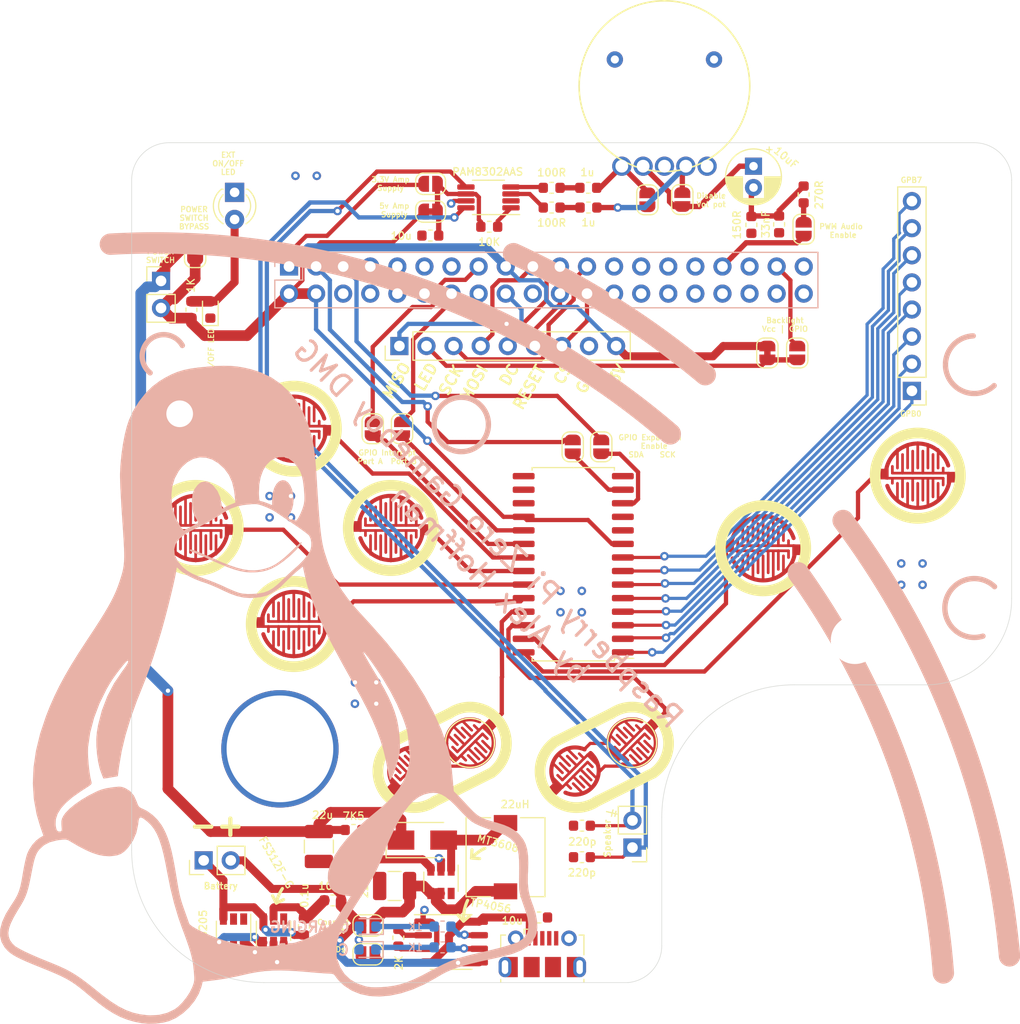
<source format=kicad_pcb>
(kicad_pcb (version 20171130) (host pcbnew 5.1.5)
  (layers (0 F.Cu signal) (31 B.Cu signal) (34 B.Paste user) (35 F.Paste user) (36 B.SilkS user) (37 F.SilkS user) (38 B.Mask user) (39 F.Mask user) (44 Edge.Cuts user))
  (net 0 "")
  (net 1 "Net-(C1-Pad1)")
  (net 2 GND)
  (net 3 +5V)
  (net 4 "Net-(J3-Pad2)")
  (net 5 "Net-(J3-Pad1)")
  (net 6 /A)
  (net 7 /B)
  (net 8 /UP)
  (net 9 /LEFT)
  (net 10 /RIGHT)
  (net 11 /DOWN)
  (net 12 /SELECT)
  (net 13 "Net-(U1-Pad11)")
  (net 14 "Net-(U1-Pad14)")
  (net 15 /START)
  (net 16 +3V3)
  (net 17 "Net-(J5-Pad7)")
  (net 18 "Net-(J5-Pad8)")
  (net 19 "Net-(J5-Pad10)")
  (net 20 "Net-(J5-Pad11)")
  (net 21 "Net-(J5-Pad12)")
  (net 22 "Net-(J5-Pad13)")
  (net 23 "Net-(J5-Pad26)")
  (net 24 "Net-(J5-Pad27)")
  (net 25 "Net-(J5-Pad28)")
  (net 26 "Net-(J5-Pad29)")
  (net 27 "Net-(J5-Pad31)")
  (net 28 "Net-(J5-Pad32)")
  (net 29 "Net-(J5-Pad33)")
  (net 30 "Net-(J5-Pad35)")
  (net 31 "Net-(J5-Pad36)")
  (net 32 "Net-(J5-Pad38)")
  (net 33 "Net-(J5-Pad40)")
  (net 34 /TFT_DC)
  (net 35 /TFT_MOSI)
  (net 36 /TFT_MISO)
  (net 37 /TFT_RESET)
  (net 38 /TFT_SCK)
  (net 39 /TFT_CS)
  (net 40 /GPIO_INTA)
  (net 41 /GPIO_INTB)
  (net 42 /GPIO_SDA)
  (net 43 /GPIO_SCK)
  (net 44 /GPIO_SDA_PI)
  (net 45 /GPIO_SCK_PI)
  (net 46 /GPIO_INTA_PI)
  (net 47 /GPIO_INTB_PI)
  (net 48 /TFT_BACKLIGHT_GPIO)
  (net 49 /TFT_BACKLIGHT)
  (net 50 "Net-(D1-Pad2)")
  (net 51 "Net-(C3-Pad1)")
  (net 52 /TP4056_LIPO_BOOST/BAT-)
  (net 53 "Net-(C4-Pad1)")
  (net 54 "Net-(C5-Pad1)")
  (net 55 "Net-(D3-Pad1)")
  (net 56 "Net-(D3-Pad2)")
  (net 57 "Net-(D4-Pad1)")
  (net 58 "Net-(J7-Pad2)")
  (net 59 "Net-(J7-Pad4)")
  (net 60 "Net-(J7-Pad3)")
  (net 61 /TP4056_LIPO_BOOST/BAT+)
  (net 62 "Net-(D5-Pad2)")
  (net 63 "Net-(R4-Pad2)")
  (net 64 "Net-(R5-Pad1)")
  (net 65 "Net-(R6-Pad1)")
  (net 66 "Net-(R8-Pad1)")
  (net 67 "Net-(U3-Pad4)")
  (net 68 "Net-(U3-Pad3)")
  (net 69 "Net-(U3-Pad1)")
  (net 70 "Net-(U4-Pad2)")
  (net 71 "Net-(U4-Pad5)")
  (net 72 "Net-(U5-Pad6)")
  (net 73 "Net-(R10-Pad1)")
  (net 74 "Net-(J3-Pad3)")
  (net 75 "Net-(J3-Pad4)")
  (net 76 "Net-(J3-Pad5)")
  (net 77 "Net-(J3-Pad6)")
  (net 78 "Net-(J3-Pad7)")
  (net 79 "Net-(J3-Pad8)")
  (net 80 /TP4056_LIPO_BOOST/5V_BOOST)
  (net 81 /PWM_AUDIO_OUT)
  (net 82 "Net-(C7-Pad1)")
  (net 83 "Net-(C7-Pad2)")
  (net 84 "Net-(C8-Pad1)")
  (net 85 /audio/Audio_Vdd)
  (net 86 "Net-(C10-Pad1)")
  (net 87 "Net-(C11-Pad1)")
  (net 88 "Net-(R11-Pad1)")
  (net 89 "Net-(R12-Pad2)")
  (net 90 "Net-(R13-Pad2)")
  (net 91 "Net-(U6-Pad2)")
  (net 92 "Net-(C2-Pad1)")
  (net 93 "Net-(C8-Pad2)")
  (net 94 "Net-(P1-Pad3)")
  (net 95 "Net-(P1-Pad5)")
  (module Capacitor_THT:CP_Radial_D5.0mm_P2.00mm (layer F.Cu) (at 137.3 76.3 270)
    (fp_text reference C2 hide)
    (fp_text value 10uF (at -0.8 -3.05 320) (layer F.SilkS) (effects (font (size 0.7 0.7) (thickness 0.12))))
    (pad 1 thru_hole rect (at 0 0 270) (size 1.6 1.6) (drill 0.8) (layers *.Cu *.Mask) (net 92 "Net-(C2-Pad1)"))
    (pad 2 thru_hole circle (at 2 0 270) (size 1.6 1.6) (drill 0.8) (layers *.Cu *.Mask) (net 1 "Net-(C1-Pad1)"))
  )
  (module MountingHole:MountingHole_4.5mm (layer F.Cu) (at 157.5 77.1)
    (fp_text reference REF** hide)
    (fp_text value MountingHole_4.5mm hide)
    (pad 1 np_thru_hole circle (at 0 0) (size 4.5 4.5) (drill 4.5) (layers *.Cu *.Mask))
  )
  (module MountingHole:MountingHole_4.5mm (layer F.Cu) (at 82.5 77.1)
    (fp_text reference REF** hide)
    (fp_text value MountingHole_4.5mm hide)
    (pad 1 np_thru_hole circle (at 0 0) (size 4.5 4.5) (drill 4.5) (layers *.Cu *.Mask))
  )
  (module LED_SMD:LED_0603_1608Metric (layer B.Cu) (at 101.1125 147.55 180)
    (fp_text reference D4 hide)
    (fp_text value LED hide)
    (pad 2 smd roundrect (at 0.7875 0 180) (size 0.875 0.95) (layers B.Cu B.Paste B.Mask) (net 56 "Net-(D3-Pad2)"))
    (pad 1 smd roundrect (at -0.7875 0 180) (size 0.875 0.95) (layers B.Cu B.Paste B.Mask) (net 57 "Net-(D4-Pad1)"))
  )
  (module LED_SMD:LED_0603_1608Metric (layer B.Cu) (at 101.1 149.7 180)
    (fp_text reference D3 hide)
    (fp_text value LED hide)
    (pad 1 smd roundrect (at -0.7875 0 180) (size 0.875 0.95) (layers B.Cu B.Paste B.Mask) (net 55 "Net-(D3-Pad1)"))
    (pad 2 smd roundrect (at 0.7875 0 180) (size 0.875 0.95) (layers B.Cu B.Paste B.Mask) (net 56 "Net-(D3-Pad2)"))
  )
  (module Capacitor_SMD:C_1210_3225Metric (layer F.Cu) (at 96.55 140.05 270)
    (fp_text reference C6 hide)
    (fp_text value 22u (at -2.95 -0.35) (layer F.SilkS) (effects (font (size 0.7 0.7) (thickness 0.12))))
    (pad 2 smd roundrect (at 1.4 0 270) (size 1.25 2.65) (layers F.Cu F.Paste F.Mask) (roundrect_rratio 0.2) (net 2 GND))
    (pad 1 smd roundrect (at -1.4 0 270) (size 1.25 2.65) (layers F.Cu F.Paste F.Mask) (roundrect_rratio 0.2) (net 80 /TP4056_LIPO_BOOST/5V_BOOST))
  )
  (module Capacitor_SMD:C_0603_1608Metric (layer F.Cu) (at 117.2 146.7)
    (fp_text reference C5 hide)
    (fp_text value 10u (at -2.5125 0.3) (layer F.SilkS) (effects (font (size 0.7 0.7) (thickness 0.12))))
    (pad 2 smd roundrect (at 0.7875 0) (size 0.875 0.95) (layers F.Cu F.Paste F.Mask) (net 2 GND))
    (pad 1 smd roundrect (at -0.7875 0) (size 0.875 0.95) (layers F.Cu F.Paste F.Mask) (net 54 "Net-(C5-Pad1)"))
  )
  (module pad:GAMEBOY_BUTTON_PAD-DUAL_D4MM (layer F.Cu) (at 105.5 133)
    (fp_text reference SELECT1 hide)
    (fp_text value SW_Push hide)
    (fp_line (start 0.987369 -1.592737) (end 1.099623 -1.70499) (layer F.Cu) (width 0.0762))
    (fp_line (start 1.324129 -1.70499) (end 1.211876 -1.592737) (layer F.Cu) (width 0.381))
    (fp_line (start 1.436382 -1.592737) (end 1.324129 -1.70499) (layer F.Cu) (width 0.381))
    (fp_arc (start -0.131889 -0.025957) (end 1.436382 -1.592737) (angle 158.962489) (layer F.Cu) (width 0.381))
    (fp_line (start -1.369948 1.662606) (end -1.257695 1.550353) (layer F.Cu) (width 0.0762))
    (fp_line (start -1.594454 1.662606) (end -1.482201 1.550353) (layer F.Cu) (width 0.381))
    (fp_line (start -1.706707 1.550353) (end -1.594454 1.662606) (layer F.Cu) (width 0.381))
    (fp_arc (start -0.138436 -0.016427) (end -1.706707 1.550353) (angle 158.962489) (layer F.Cu) (width 0.381))
    (fp_line (start 1.043496 -1.53661) (end 2.053775 -0.526331) (layer F.Cu) (width 0.254))
    (fp_line (start -0.977062 1.157467) (end -0.528049 1.606479) (layer F.Cu) (width 0.254))
    (fp_line (start 0.594483 2.055492) (end -0.303542 1.157467) (layer F.Cu) (width 0.254))
    (fp_line (start 1.043496 -0.863091) (end 1.492509 -0.414078) (layer F.Cu) (width 0.254))
    (fp_line (start 1.941522 0.708454) (end 1.043496 -0.189572) (layer F.Cu) (width 0.254))
    (fp_line (start 1.380256 1.494226) (end 0.369977 0.483947) (layer F.Cu) (width 0.254))
    (fp_line (start -0.303542 0.483947) (end 0.706736 1.494226) (layer F.Cu) (width 0.254))
    (fp_line (start 0.369977 -0.189572) (end 1.380256 0.820707) (layer F.Cu) (width 0.254))
    (fp_line (start -1.313821 1.494226) (end -2.211847 0.596201) (layer F.Cu) (width 0.254))
    (fp_line (start 0.706736 -1.199851) (end 0.257724 -1.648863) (layer F.Cu) (width 0.254))
    (fp_line (start 0.033217 -1.199851) (end -0.864808 -2.097876) (layer F.Cu) (width 0.254))
    (fp_line (start 0.033217 -0.526331) (end -0.864808 -1.424357) (layer F.Cu) (width 0.254))
    (fp_line (start -0.640302 -0.526331) (end -1.650581 -1.53661) (layer F.Cu) (width 0.254))
    (fp_line (start -0.640302 0.147188) (end -1.538328 -0.750838) (layer F.Cu) (width 0.254))
    (fp_line (start -1.313821 0.147188) (end -2.211847 -0.750838) (layer F.Cu) (width 0.254))
    (fp_line (start -1.313821 0.820707) (end -1.762834 0.371694) (layer F.Cu) (width 0.254))
    (fp_line (start 0.369977 -0.189572) (end 1.043496 -0.863091) (layer F.Cu) (width 0.254))
    (fp_line (start -0.303542 0.483947) (end 0.369977 -0.189572) (layer F.Cu) (width 0.254))
    (fp_line (start -0.977062 1.157467) (end -0.303542 0.483947) (layer F.Cu) (width 0.254))
    (fp_line (start -1.313821 1.494226) (end -0.977062 1.157467) (layer F.Cu) (width 0.254))
    (fp_line (start -0.640302 0.147188) (end -1.313821 0.820707) (layer F.Cu) (width 0.254))
    (fp_line (start 0.033217 -0.526331) (end -0.640302 0.147188) (layer F.Cu) (width 0.254))
    (fp_line (start 0.706736 -1.199851) (end 0.033217 -0.526331) (layer F.Cu) (width 0.254))
    (fp_line (start 1.043496 -1.53661) (end 0.706736 -1.199851) (layer F.Cu) (width 0.254))
    (fp_line (start 5.046458 -2.156053) (end 6.056736 -1.145774) (layer F.Cu) (width 0.254))
    (fp_line (start 7.291522 -1.931546) (end 6.393496 -2.829572) (layer F.Cu) (width 0.254))
    (fp_line (start 6.393496 -4.17661) (end 6.056736 -3.839851) (layer F.Cu) (width 0.254))
    (fp_line (start 4.036179 -1.145774) (end 3.138153 -2.043799) (layer F.Cu) (width 0.254))
    (fp_line (start 5.046458 -2.156053) (end 5.719977 -2.829572) (layer F.Cu) (width 0.254))
    (fp_line (start 5.383217 -3.839851) (end 4.485192 -4.737876) (layer F.Cu) (width 0.254))
    (fp_line (start 6.730256 -1.145774) (end 5.719977 -2.156053) (layer F.Cu) (width 0.254))
    (fp_line (start 4.036179 -1.819293) (end 3.587166 -2.268306) (layer F.Cu) (width 0.254))
    (fp_line (start 3.755546 -0.977394) (end 3.867799 -1.089647) (layer F.Cu) (width 0.381))
    (fp_line (start 3.643293 -1.089647) (end 3.755546 -0.977394) (layer F.Cu) (width 0.381))
    (fp_arc (start 5.211564 -2.656427) (end 3.643293 -1.089647) (angle 158.962489) (layer F.Cu) (width 0.381))
    (fp_line (start 4.709698 -3.166331) (end 3.699419 -4.17661) (layer F.Cu) (width 0.254))
    (fp_line (start 4.709698 -2.492812) (end 3.811672 -3.390838) (layer F.Cu) (width 0.254))
    (fp_line (start 6.393496 -3.503091) (end 6.842509 -3.054078) (layer F.Cu) (width 0.254))
    (fp_line (start 5.944483 -0.584508) (end 5.046458 -1.482533) (layer F.Cu) (width 0.254))
    (fp_line (start 4.372938 -1.482533) (end 4.821951 -1.033521) (layer F.Cu) (width 0.254))
    (fp_line (start 4.036179 -1.145774) (end 4.372938 -1.482533) (layer F.Cu) (width 0.254))
    (fp_line (start 5.383217 -3.166331) (end 4.485192 -4.064357) (layer F.Cu) (width 0.254))
    (fp_line (start 6.786382 -4.232737) (end 6.674129 -4.34499) (layer F.Cu) (width 0.381))
    (fp_arc (start 5.218111 -2.665957) (end 6.786382 -4.232737) (angle 158.962489) (layer F.Cu) (width 0.381))
    (fp_line (start 6.337369 -4.232737) (end 6.449623 -4.34499) (layer F.Cu) (width 0.0762))
    (fp_line (start 6.056736 -3.839851) (end 5.607724 -4.288863) (layer F.Cu) (width 0.254))
    (fp_line (start 5.719977 -2.829572) (end 6.730256 -1.819293) (layer F.Cu) (width 0.254))
    (fp_line (start 6.393496 -4.17661) (end 7.403775 -3.166331) (layer F.Cu) (width 0.254))
    (fp_line (start 6.674129 -4.34499) (end 6.561876 -4.232737) (layer F.Cu) (width 0.381))
    (fp_line (start 3.980052 -0.977394) (end 4.092305 -1.089647) (layer F.Cu) (width 0.0762))
    (fp_line (start 5.383217 -3.166331) (end 4.709698 -2.492812) (layer F.Cu) (width 0.254))
    (fp_line (start 5.719977 -2.829572) (end 6.393496 -3.503091) (layer F.Cu) (width 0.254))
    (fp_line (start 6.056736 -3.839851) (end 5.383217 -3.166331) (layer F.Cu) (width 0.254))
    (fp_line (start 4.372938 -1.482533) (end 5.046458 -2.156053) (layer F.Cu) (width 0.254))
    (fp_line (start 4.036179 -2.492812) (end 3.138153 -3.390838) (layer F.Cu) (width 0.254))
    (fp_line (start 4.709698 -2.492812) (end 4.036179 -1.819293) (layer F.Cu) (width 0.254))
    (fp_line (start 0.75 -2.07) (end 1.29 -2.61) (layer F.Cu) (width 0.3))
    (fp_line (start 1.29 -2.61) (end 3.05 -2.61) (layer F.Cu) (width 0.3))
    (fp_line (start 2.66 -0.48) (end 4.74 -0.48) (layer F.Cu) (width 0.3))
    (fp_line (start 2.13 0.05) (end 2.67 -0.49) (layer F.Cu) (width 0.3))
    (pad 2 smd roundrect (at -2.01 1.65 45) (size 1 1) (layers F.Cu F.Paste F.Mask) (net 2 GND))
    (pad 1 smd roundrect (at 7.16 -4.37 45) (size 1 1) (layers F.Cu F.Paste F.Mask) (net 12 /SELECT))
  )
  (module Jumper:SolderJumper-2_P1.3mm_Bridged_RoundedPad1.0x1.5mm (layer F.Cu) (at 107.025 80.55)
    (fp_text reference JP13 hide)
    (fp_text value SolderJumper_2_Bridged hide)
    (fp_poly (pts (xy 0.25 -0.3) (xy -0.25 -0.3) (xy -0.25 0.3) (xy 0.25 0.3)) (layer F.Cu) (width 0))
    (pad 2 smd custom (at 0.65 0) (size 1 0.5) (layers F.Cu F.Mask) (net 85 /audio/Audio_Vdd) (options (clearance outline) (anchor rect)) (primitives (gr_circle (center 0 0.25) (end 0.5 0.25) (width 0)) (gr_circle (center 0 -0.25) (end 0.5 -0.25) (width 0)) (gr_poly (pts (xy 0 -0.75) (xy -0.5 -0.75) (xy -0.5 0.75) (xy 0 0.75)) (width 0))))
    (pad 1 smd custom (at -0.65 0) (size 1 0.5) (layers F.Cu F.Mask) (net 3 +5V) (options (clearance outline) (anchor rect)) (primitives (gr_circle (center 0 0.25) (end 0.5 0.25) (width 0)) (gr_circle (center 0 -0.25) (end 0.5 -0.25) (width 0)) (gr_poly (pts (xy 0 -0.75) (xy 0.5 -0.75) (xy 0.5 0.75) (xy 0 0.75)) (width 0))))
  )
  (module Package_SO:MSOP-8_3x3mm_P0.65mm (layer F.Cu) (at 112.45 79.225 180)
    (fp_text reference U6 hide)
    (fp_text value PAM8302AAS (at 0.075 2.4 180) (layer F.SilkS) (effects (font (size 0.7 0.7) (thickness 0.12))))
    (pad 1 smd roundrect (at -2.1125 -0.975 180) (size 1.625 0.5) (layers F.Cu F.Paste F.Mask) (net 90 "Net-(R13-Pad2)"))
    (pad 2 smd roundrect (at -2.1125 -0.325 180) (size 1.625 0.5) (layers F.Cu F.Paste F.Mask) (net 91 "Net-(U6-Pad2)"))
    (pad 3 smd roundrect (at -2.1125 0.325 180) (size 1.625 0.5) (layers F.Cu F.Paste F.Mask) (net 88 "Net-(R11-Pad1)"))
    (pad 4 smd roundrect (at -2.1125 0.975 180) (size 1.625 0.5) (layers F.Cu F.Paste F.Mask) (net 89 "Net-(R12-Pad2)"))
    (pad 5 smd roundrect (at 2.1125 0.975 180) (size 1.625 0.5) (layers F.Cu F.Paste F.Mask) (net 86 "Net-(C10-Pad1)"))
    (pad 6 smd roundrect (at 2.1125 0.325 180) (size 1.625 0.5) (layers F.Cu F.Paste F.Mask) (net 85 /audio/Audio_Vdd))
    (pad 7 smd roundrect (at 2.1125 -0.325 180) (size 1.625 0.5) (layers F.Cu F.Paste F.Mask) (net 2 GND))
    (pad 8 smd roundrect (at 2.1125 -0.975 180) (size 1.625 0.5) (layers F.Cu F.Paste F.Mask) (net 87 "Net-(C11-Pad1)"))
  )
  (module Capacitor_SMD:C_0603_1608Metric (layer F.Cu) (at 121.2125 138.1 180)
    (fp_text reference C11 hide)
    (fp_text value 220p (at -0.0375 -1.5) (layer F.SilkS) (effects (font (size 0.7 0.7) (thickness 0.12))))
    (pad 1 smd roundrect (at -0.7875 0 180) (size 0.875 0.95) (layers F.Cu F.Paste F.Mask) (net 87 "Net-(C11-Pad1)"))
    (pad 2 smd roundrect (at 0.7875 0 180) (size 0.875 0.95) (layers F.Cu F.Paste F.Mask) (net 2 GND))
  )
  (module Capacitor_SMD:C_0603_1608Metric (layer F.Cu) (at 121.2125 141.05 180)
    (fp_text reference C10 hide)
    (fp_text value 220p (at 0 -1.45) (layer F.SilkS) (effects (font (size 0.7 0.7) (thickness 0.12))))
    (pad 1 smd roundrect (at -0.7875 0 180) (size 0.875 0.95) (layers F.Cu F.Paste F.Mask) (net 86 "Net-(C10-Pad1)"))
    (pad 2 smd roundrect (at 0.7875 0 180) (size 0.875 0.95) (layers F.Cu F.Paste F.Mask) (net 2 GND))
  )
  (module Capacitor_SMD:C_0603_1608Metric (layer F.Cu) (at 121.8125 78.325)
    (fp_text reference C8 hide)
    (fp_text value 1u (at -0.0875 -1.45) (layer F.SilkS) (effects (font (size 0.7 0.7) (thickness 0.12))))
    (pad 2 smd roundrect (at 0.7875 0) (size 0.875 0.95) (layers F.Cu F.Paste F.Mask) (net 93 "Net-(C8-Pad2)"))
    (pad 1 smd roundrect (at -0.7875 0) (size 0.875 0.95) (layers F.Cu F.Paste F.Mask) (net 84 "Net-(C8-Pad1)"))
  )
  (module Jumper:SolderJumper-2_P1.3mm_Open_RoundedPad1.0x1.5mm (layer F.Cu) (at 107.025 77.95 180)
    (fp_text reference JP12 hide)
    (fp_text value SolderJumper_2_Open hide)
    (pad 2 smd custom (at 0.65 0 180) (size 1 0.5) (layers F.Cu F.Mask) (net 16 +3V3) (options (clearance outline) (anchor rect)) (primitives (gr_circle (center 0 0.25) (end 0.5 0.25) (width 0)) (gr_circle (center 0 -0.25) (end 0.5 -0.25) (width 0)) (gr_poly (pts (xy 0 -0.75) (xy -0.5 -0.75) (xy -0.5 0.75) (xy 0 0.75)) (width 0))))
    (pad 1 smd custom (at -0.65 0 180) (size 1 0.5) (layers F.Cu F.Mask) (net 85 /audio/Audio_Vdd) (options (clearance outline) (anchor rect)) (primitives (gr_circle (center 0 0.25) (end 0.5 0.25) (width 0)) (gr_circle (center 0 -0.25) (end 0.5 -0.25) (width 0)) (gr_poly (pts (xy 0 -0.75) (xy 0.5 -0.75) (xy 0.5 0.75) (xy 0 0.75)) (width 0))))
  )
  (module Capacitor_SMD:C_0603_1608Metric (layer F.Cu) (at 107 82.8 180)
    (fp_text reference C9 hide)
    (fp_text value 10u (at 2.725 -0.025) (layer F.SilkS) (effects (font (size 0.7 0.7) (thickness 0.12))))
    (pad 2 smd roundrect (at 0.7875 0 180) (size 0.875 0.95) (layers F.Cu F.Paste F.Mask) (net 2 GND))
    (pad 1 smd roundrect (at -0.7875 0 180) (size 0.875 0.95) (layers F.Cu F.Paste F.Mask) (net 85 /audio/Audio_Vdd))
  )
  (module Jumper:SolderJumper-2_P1.3mm_Open_RoundedPad1.0x1.5mm (layer F.Cu) (at 130.625 79.425 270)
    (fp_text reference JP10 hide)
    (fp_text value SolderJumper_2_Open hide)
    (pad 2 smd custom (at 0.65 0 270) (size 1 0.5) (layers F.Cu F.Mask) (net 92 "Net-(C2-Pad1)") (options (clearance outline) (anchor rect)) (primitives (gr_circle (center 0 0.25) (end 0.5 0.25) (width 0)) (gr_circle (center 0 -0.25) (end 0.5 -0.25) (width 0)) (gr_poly (pts (xy 0 -0.75) (xy -0.5 -0.75) (xy -0.5 0.75) (xy 0 0.75)) (width 0))))
    (pad 1 smd custom (at -0.65 0 270) (size 1 0.5) (layers F.Cu F.Mask) (net 82 "Net-(C7-Pad1)") (options (clearance outline) (anchor rect)) (primitives (gr_circle (center 0 0.25) (end 0.5 0.25) (width 0)) (gr_circle (center 0 -0.25) (end 0.5 -0.25) (width 0)) (gr_poly (pts (xy 0 -0.75) (xy 0.5 -0.75) (xy 0.5 0.75) (xy 0 0.75)) (width 0))))
  )
  (module Capacitor_SMD:C_0603_1608Metric (layer F.Cu) (at 121.825 80.175 180)
    (fp_text reference C7 hide)
    (fp_text value 1u (at 0 -1.4) (layer F.SilkS) (effects (font (size 0.7 0.7) (thickness 0.12))))
    (pad 1 smd roundrect (at -0.7875 0 180) (size 0.875 0.95) (layers F.Cu F.Paste F.Mask) (net 82 "Net-(C7-Pad1)"))
    (pad 2 smd roundrect (at 0.7875 0 180) (size 0.875 0.95) (layers F.Cu F.Paste F.Mask) (net 83 "Net-(C7-Pad2)"))
  )
  (module Resistor_SMD:R_0603_1608Metric (layer F.Cu) (at 118.375 80.175)
    (fp_text reference R11 hide)
    (fp_text value 100R (at 0 1.43) (layer F.SilkS) (effects (font (size 0.7 0.7) (thickness 0.12))))
    (pad 1 smd roundrect (at -0.7875 0) (size 0.875 0.95) (layers F.Cu F.Paste F.Mask) (net 88 "Net-(R11-Pad1)"))
    (pad 2 smd roundrect (at 0.7875 0) (size 0.875 0.95) (layers F.Cu F.Paste F.Mask) (net 83 "Net-(C7-Pad2)"))
  )
  (module Resistor_SMD:R_0603_1608Metric (layer F.Cu) (at 118.375 78.325 180)
    (fp_text reference R12 hide)
    (fp_text value 100R (at 0 1.43) (layer F.SilkS) (effects (font (size 0.7 0.7) (thickness 0.12))))
    (pad 1 smd roundrect (at -0.7875 0 180) (size 0.875 0.95) (layers F.Cu F.Paste F.Mask) (net 84 "Net-(C8-Pad1)"))
    (pad 2 smd roundrect (at 0.7875 0 180) (size 0.875 0.95) (layers F.Cu F.Paste F.Mask) (net 89 "Net-(R12-Pad2)"))
  )
  (module Resistor_SMD:R_0603_1608Metric (layer F.Cu) (at 112.525 81.975)
    (fp_text reference R13 hide)
    (fp_text value 10K (at 0 1.43) (layer F.SilkS) (effects (font (size 0.7 0.7) (thickness 0.12))))
    (pad 2 smd roundrect (at 0.7875 0) (size 0.875 0.95) (layers F.Cu F.Paste F.Mask) (net 90 "Net-(R13-Pad2)"))
    (pad 1 smd roundrect (at -0.7875 0) (size 0.875 0.95) (layers F.Cu F.Paste F.Mask) (net 85 /audio/Audio_Vdd))
  )
  (module Resistor_SMD:R_0603_1608Metric (layer F.Cu) (at 84.6 89.75 90)
    (fp_text reference R1 hide)
    (fp_text value 1K (at 2.2875 -0.05 90) (layer F.SilkS) (effects (font (size 0.7 0.7) (thickness 0.12))))
    (pad 1 smd roundrect (at -0.7875 0 90) (size 0.875 0.95) (layers F.Cu F.Paste F.Mask) (net 3 +5V))
    (pad 2 smd roundrect (at 0.7875 0 90) (size 0.875 0.95) (layers F.Cu F.Paste F.Mask) (net 50 "Net-(D1-Pad2)"))
  )
  (module Connector_USB:USB_Micro-B_Molex-105017-0001 (layer F.Cu) (at 117.5 150.1125)
    (fp_text reference J7 hide)
    (fp_text value USB_B_Micro hide)
    (pad 6 smd rect (at 1 1.2375) (size 1.5 1.9) (layers F.Cu F.Paste F.Mask) (net 2 GND))
    (pad 6 thru_hole circle (at -2.5 -1.4625) (size 1.45 1.45) (drill 0.85) (layers *.Cu *.Mask) (net 2 GND))
    (pad 2 smd rect (at -0.65 -1.4625) (size 0.4 1.35) (layers F.Cu F.Paste F.Mask) (net 58 "Net-(J7-Pad2)"))
    (pad 1 smd rect (at -1.3 -1.4625) (size 0.4 1.35) (layers F.Cu F.Paste F.Mask) (net 54 "Net-(C5-Pad1)"))
    (pad 5 smd rect (at 1.3 -1.4625) (size 0.4 1.35) (layers F.Cu F.Paste F.Mask) (net 2 GND))
    (pad 4 smd rect (at 0.65 -1.4625) (size 0.4 1.35) (layers F.Cu F.Paste F.Mask) (net 59 "Net-(J7-Pad4)"))
    (pad 3 smd rect (at 0 -1.4625) (size 0.4 1.35) (layers F.Cu F.Paste F.Mask) (net 60 "Net-(J7-Pad3)"))
    (pad 6 thru_hole circle (at 2.5 -1.4625) (size 1.45 1.45) (drill 0.85) (layers *.Cu *.Mask) (net 2 GND))
    (pad 6 smd rect (at -1 1.2375) (size 1.5 1.9) (layers F.Cu F.Paste F.Mask) (net 2 GND))
    (pad 6 thru_hole oval (at -3.5 1.2375 180) (size 1.2 1.9) (drill oval 0.6 1.3) (layers *.Cu *.Mask) (net 2 GND))
    (pad 6 thru_hole oval (at 3.5 1.2375) (size 1.2 1.9) (drill oval 0.6 1.3) (layers *.Cu *.Mask) (net 2 GND))
    (pad 6 smd rect (at 2.9 1.2375) (size 1.2 1.9) (layers F.Cu F.Mask) (net 2 GND))
    (pad 6 smd rect (at -2.9 1.2375) (size 1.2 1.9) (layers F.Cu F.Mask) (net 2 GND))
  )
  (module Diode_SMD:D_SMA (layer F.Cu) (at 106.25 139.45)
    (fp_text reference D5 hide)
    (fp_text value SS310 (at -4.15 -0.05 90) (layer F.SilkS) (effects (font (size 0.7 0.7) (thickness 0.12))))
    (pad 1 smd rect (at -2 0) (size 2.5 1.8) (layers F.Cu F.Paste F.Mask) (net 80 /TP4056_LIPO_BOOST/5V_BOOST))
    (pad 2 smd rect (at 2 0) (size 2.5 1.8) (layers F.Cu F.Paste F.Mask) (net 62 "Net-(D5-Pad2)"))
  )
  (module MountingHole:MountingHole_2.5mm (layer F.Cu) (at 135.9 100.6)
    (fp_text reference REF** hide)
    (fp_text value MountingHole_2.5mm hide)
    (pad 1 np_thru_hole circle (at 0 0) (size 2.5 2.5) (drill 2.5) (layers *.Cu *.Mask))
  )
  (module MountingHole:MountingHole_2.5mm (layer F.Cu) (at 159.2 108.6)
    (fp_text reference REF** hide)
    (fp_text value MountingHole_2.5mm hide)
    (pad 1 np_thru_hole circle (at 0 0) (size 2.5 2.5) (drill 2.5) (layers *.Cu *.Mask))
  )
  (module Package_SO:SOIC-28W_7.5x17.9mm_P1.27mm (layer F.Cu) (at 120.4 113.6 180)
    (fp_text reference U1 hide)
    (fp_text value MCP23017_SO hide)
    (pad 28 smd roundrect (at 4.65 -8.255 180) (size 2.05 0.6) (layers F.Cu F.Paste F.Mask) (net 6 /A))
    (pad 27 smd roundrect (at 4.65 -6.985 180) (size 2.05 0.6) (layers F.Cu F.Paste F.Mask) (net 7 /B))
    (pad 26 smd roundrect (at 4.65 -5.715 180) (size 2.05 0.6) (layers F.Cu F.Paste F.Mask) (net 15 /START))
    (pad 25 smd roundrect (at 4.65 -4.445 180) (size 2.05 0.6) (layers F.Cu F.Paste F.Mask) (net 12 /SELECT))
    (pad 24 smd roundrect (at 4.65 -3.175 180) (size 2.05 0.6) (layers F.Cu F.Paste F.Mask) (net 11 /DOWN))
    (pad 23 smd roundrect (at 4.65 -1.905 180) (size 2.05 0.6) (layers F.Cu F.Paste F.Mask) (net 9 /LEFT))
    (pad 22 smd roundrect (at 4.65 -0.635 180) (size 2.05 0.6) (layers F.Cu F.Paste F.Mask) (net 10 /RIGHT))
    (pad 21 smd roundrect (at 4.65 0.635 180) (size 2.05 0.6) (layers F.Cu F.Paste F.Mask) (net 8 /UP))
    (pad 20 smd roundrect (at 4.65 1.905 180) (size 2.05 0.6) (layers F.Cu F.Paste F.Mask) (net 40 /GPIO_INTA))
    (pad 19 smd roundrect (at 4.65 3.175 180) (size 2.05 0.6) (layers F.Cu F.Paste F.Mask) (net 41 /GPIO_INTB))
    (pad 18 smd roundrect (at 4.65 4.445 180) (size 2.05 0.6) (layers F.Cu F.Paste F.Mask) (net 3 +5V))
    (pad 17 smd roundrect (at 4.65 5.715 180) (size 2.05 0.6) (layers F.Cu F.Paste F.Mask) (net 2 GND))
    (pad 16 smd roundrect (at 4.65 6.985 180) (size 2.05 0.6) (layers F.Cu F.Paste F.Mask) (net 2 GND))
    (pad 15 smd roundrect (at 4.65 8.255 180) (size 2.05 0.6) (layers F.Cu F.Paste F.Mask) (net 2 GND))
    (pad 14 smd roundrect (at -4.65 8.255 180) (size 2.05 0.6) (layers F.Cu F.Paste F.Mask) (net 14 "Net-(U1-Pad14)"))
    (pad 13 smd roundrect (at -4.65 6.985 180) (size 2.05 0.6) (layers F.Cu F.Paste F.Mask) (net 42 /GPIO_SDA))
    (pad 12 smd roundrect (at -4.65 5.715 180) (size 2.05 0.6) (layers F.Cu F.Paste F.Mask) (net 43 /GPIO_SCK))
    (pad 11 smd roundrect (at -4.65 4.445 180) (size 2.05 0.6) (layers F.Cu F.Paste F.Mask) (net 13 "Net-(U1-Pad11)"))
    (pad 10 smd roundrect (at -4.65 3.175 180) (size 2.05 0.6) (layers F.Cu F.Paste F.Mask) (net 2 GND))
    (pad 9 smd roundrect (at -4.65 1.905 180) (size 2.05 0.6) (layers F.Cu F.Paste F.Mask) (net 3 +5V))
    (pad 8 smd roundrect (at -4.65 0.635 180) (size 2.05 0.6) (layers F.Cu F.Paste F.Mask) (net 79 "Net-(J3-Pad8)"))
    (pad 7 smd roundrect (at -4.65 -0.635 180) (size 2.05 0.6) (layers F.Cu F.Paste F.Mask) (net 78 "Net-(J3-Pad7)"))
    (pad 6 smd roundrect (at -4.65 -1.905 180) (size 2.05 0.6) (layers F.Cu F.Paste F.Mask) (net 77 "Net-(J3-Pad6)"))
    (pad 5 smd roundrect (at -4.65 -3.175 180) (size 2.05 0.6) (layers F.Cu F.Paste F.Mask) (net 76 "Net-(J3-Pad5)"))
    (pad 4 smd roundrect (at -4.65 -4.445 180) (size 2.05 0.6) (layers F.Cu F.Paste F.Mask) (net 75 "Net-(J3-Pad4)"))
    (pad 3 smd roundrect (at -4.65 -5.715 180) (size 2.05 0.6) (layers F.Cu F.Paste F.Mask) (net 74 "Net-(J3-Pad3)"))
    (pad 2 smd roundrect (at -4.65 -6.985 180) (size 2.05 0.6) (layers F.Cu F.Paste F.Mask) (net 4 "Net-(J3-Pad2)"))
    (pad 1 smd roundrect (at -4.65 -8.255 180) (size 2.05 0.6) (layers F.Cu F.Paste F.Mask) (net 5 "Net-(J3-Pad1)"))
  )
  (module pad:Tux (layer B.Cu) (at 89.875 125.3 185)
    (fp_text reference G*** hide)
    (fp_text value LOGO hide)
  )
  (module MountingHole:MountingHole_4.5mm (layer F.Cu) (at 92.9 130.9)
    (fp_text reference REF** hide)
    (fp_text value MountingHole_4.5mm hide)
    (pad "" np_thru_hole circle (at 0 0) (size 11 11) (drill 10) (layers *.Cu *.Mask))
  )
  (module MountingHole:MountingHole_2.5mm (layer F.Cu) (at 117.5 127.6)
    (fp_text reference REF** hide)
    (fp_text value MountingHole_2.5mm hide)
    (pad 1 np_thru_hole circle (at 0 0) (size 2.5 2.5) (drill 2.5) (layers *.Cu *.Mask))
  )
  (module MountingHole:MountingHole_2.5mm (layer F.Cu) (at 104.6 120.3)
    (fp_text reference REF** hide)
    (fp_text value MountingHole_2.5mm hide)
    (pad 1 np_thru_hole circle (at 0 0) (size 2.5 2.5) (drill 2.5) (layers *.Cu *.Mask))
  )
  (module MountingHole:MountingHole_2.5mm (layer F.Cu) (at 109.4 122.9)
    (fp_text reference REF** hide)
    (fp_text value MountingHole_2.5mm hide)
    (pad 1 np_thru_hole circle (at 0 0) (size 2.5 2.5) (drill 2.5) (layers *.Cu *.Mask))
  )
  (module MountingHole:MountingHole_4.5mm (layer F.Cu) (at 146.8 120.7)
    (fp_text reference REF** hide)
    (fp_text value MountingHole_4.5mm hide)
    (pad 1 np_thru_hole circle (at 0 0) (size 4.5 4.5) (drill 4.5) (layers *.Cu *.Mask))
  )
  (module MountingHole:MountingHole_2.5mm (layer F.Cu) (at 130.9 108.6)
    (fp_text reference REF** hide)
    (fp_text value MountingHole_2.5mm hide)
    (pad 1 np_thru_hole circle (at 0 0) (size 2.5 2.5) (drill 2.5) (layers *.Cu *.Mask))
  )
  (module MountingHole:MountingHole_2.5mm (layer F.Cu) (at 109.9 100.5)
    (fp_text reference REF** hide)
    (fp_text value MountingHole_2.5mm hide)
    (pad 1 np_thru_hole circle (at 0 0) (size 2.5 2.5) (drill 2.5) (layers *.Cu *.Mask))
  )
  (module MountingHole:MountingHole_2.5mm (layer F.Cu) (at 83.5 99.5)
    (fp_text reference REF** hide)
    (fp_text value MountingHole_2.5mm hide)
    (pad 1 np_thru_hole circle (at 0 0) (size 2.5 2.5) (drill 2.5) (layers *.Cu *.Mask))
  )
  (module MountingHole:MountingHole_2.5mm (layer F.Cu) (at 82 94.1)
    (fp_text reference REF** hide)
    (fp_text value MountingHole_2.5mm hide)
    (pad 1 np_thru_hole circle (at 0 0) (size 2.5 2.5) (drill 2.5) (layers *.Cu *.Mask))
  )
  (module MountingHole:MountingHole_2.5mm (layer F.Cu) (at 158 117.7)
    (fp_text reference REF** hide)
    (fp_text value MountingHole_2.5mm hide)
    (pad 1 np_thru_hole circle (at 0 0) (size 2.5 2.5) (drill 2.5) (layers *.Cu *.Mask))
  )
  (module MountingHole:MountingHole_2.5mm (layer F.Cu) (at 158 94.9)
    (fp_text reference REF** hide)
    (fp_text value MountingHole_2.5mm hide)
    (pad 1 np_thru_hole circle (at 0 0) (size 2.5 2.5) (drill 2.5) (layers *.Cu *.Mask))
  )
  (module Connector_PinHeader_2.54mm:PinHeader_2x20_P2.54mm_Vertical (layer B.Cu) (at 93.75 85.7 270)
    (fp_text reference J5 hide)
    (fp_text value Raspberry_Pi_2_3 hide)
    (pad 40 thru_hole oval (at 2.54 -48.26 270) (size 1.7 1.7) (drill 1) (layers *.Cu *.Mask) (net 33 "Net-(J5-Pad40)"))
    (pad 39 thru_hole oval (at 0 -48.26 270) (size 1.7 1.7) (drill 1) (layers *.Cu *.Mask) (net 2 GND))
    (pad 38 thru_hole oval (at 2.54 -45.72 270) (size 1.7 1.7) (drill 1) (layers *.Cu *.Mask) (net 32 "Net-(J5-Pad38)"))
    (pad 37 thru_hole oval (at 0 -45.72 270) (size 1.7 1.7) (drill 1) (layers *.Cu *.Mask) (net 48 /TFT_BACKLIGHT_GPIO))
    (pad 36 thru_hole oval (at 2.54 -43.18 270) (size 1.7 1.7) (drill 1) (layers *.Cu *.Mask) (net 31 "Net-(J5-Pad36)"))
    (pad 35 thru_hole oval (at 0 -43.18 270) (size 1.7 1.7) (drill 1) (layers *.Cu *.Mask) (net 30 "Net-(J5-Pad35)"))
    (pad 34 thru_hole oval (at 2.54 -40.64 270) (size 1.7 1.7) (drill 1) (layers *.Cu *.Mask) (net 2 GND))
    (pad 33 thru_hole oval (at 0 -40.64 270) (size 1.7 1.7) (drill 1) (layers *.Cu *.Mask) (net 29 "Net-(J5-Pad33)"))
    (pad 32 thru_hole oval (at 2.54 -38.1 270) (size 1.7 1.7) (drill 1) (layers *.Cu *.Mask) (net 28 "Net-(J5-Pad32)"))
    (pad 31 thru_hole oval (at 0 -38.1 270) (size 1.7 1.7) (drill 1) (layers *.Cu *.Mask) (net 27 "Net-(J5-Pad31)"))
    (pad 30 thru_hole oval (at 2.54 -35.56 270) (size 1.7 1.7) (drill 1) (layers *.Cu *.Mask) (net 2 GND))
    (pad 29 thru_hole oval (at 0 -35.56 270) (size 1.7 1.7) (drill 1) (layers *.Cu *.Mask) (net 26 "Net-(J5-Pad29)"))
    (pad 28 thru_hole oval (at 2.54 -33.02 270) (size 1.7 1.7) (drill 1) (layers *.Cu *.Mask) (net 25 "Net-(J5-Pad28)"))
    (pad 27 thru_hole oval (at 0 -33.02 270) (size 1.7 1.7) (drill 1) (layers *.Cu *.Mask) (net 24 "Net-(J5-Pad27)"))
    (pad 26 thru_hole oval (at 2.54 -30.48 270) (size 1.7 1.7) (drill 1) (layers *.Cu *.Mask) (net 23 "Net-(J5-Pad26)"))
    (pad 25 thru_hole oval (at 0 -30.48 270) (size 1.7 1.7) (drill 1) (layers *.Cu *.Mask) (net 2 GND))
    (pad 24 thru_hole oval (at 2.54 -27.94 270) (size 1.7 1.7) (drill 1) (layers *.Cu *.Mask) (net 39 /TFT_CS))
    (pad 23 thru_hole oval (at 0 -27.94 270) (size 1.7 1.7) (drill 1) (layers *.Cu *.Mask) (net 38 /TFT_SCK))
    (pad 22 thru_hole oval (at 2.54 -25.4 270) (size 1.7 1.7) (drill 1) (layers *.Cu *.Mask) (net 37 /TFT_RESET))
    (pad 21 thru_hole oval (at 0 -25.4 270) (size 1.7 1.7) (drill 1) (layers *.Cu *.Mask) (net 36 /TFT_MISO))
    (pad 20 thru_hole oval (at 2.54 -22.86 270) (size 1.7 1.7) (drill 1) (layers *.Cu *.Mask) (net 2 GND))
    (pad 19 thru_hole oval (at 0 -22.86 270) (size 1.7 1.7) (drill 1) (layers *.Cu *.Mask) (net 35 /TFT_MOSI))
    (pad 18 thru_hole oval (at 2.54 -20.32 270) (size 1.7 1.7) (drill 1) (layers *.Cu *.Mask) (net 34 /TFT_DC))
    (pad 17 thru_hole oval (at 0 -20.32 270) (size 1.7 1.7) (drill 1) (layers *.Cu *.Mask) (net 16 +3V3))
    (pad 16 thru_hole oval (at 2.54 -17.78 270) (size 1.7 1.7) (drill 1) (layers *.Cu *.Mask) (net 47 /GPIO_INTB_PI))
    (pad 15 thru_hole oval (at 0 -17.78 270) (size 1.7 1.7) (drill 1) (layers *.Cu *.Mask) (net 46 /GPIO_INTA_PI))
    (pad 14 thru_hole oval (at 2.54 -15.24 270) (size 1.7 1.7) (drill 1) (layers *.Cu *.Mask) (net 2 GND))
    (pad 13 thru_hole oval (at 0 -15.24 270) (size 1.7 1.7) (drill 1) (layers *.Cu *.Mask) (net 22 "Net-(J5-Pad13)"))
    (pad 12 thru_hole oval (at 2.54 -12.7 270) (size 1.7 1.7) (drill 1) (layers *.Cu *.Mask) (net 21 "Net-(J5-Pad12)"))
    (pad 11 thru_hole oval (at 0 -12.7 270) (size 1.7 1.7) (drill 1) (layers *.Cu *.Mask) (net 20 "Net-(J5-Pad11)"))
    (pad 10 thru_hole oval (at 2.54 -10.16 270) (size 1.7 1.7) (drill 1) (layers *.Cu *.Mask) (net 19 "Net-(J5-Pad10)"))
    (pad 9 thru_hole oval (at 0 -10.16 270) (size 1.7 1.7) (drill 1) (layers *.Cu *.Mask) (net 2 GND))
    (pad 8 thru_hole oval (at 2.54 -7.62 270) (size 1.7 1.7) (drill 1) (layers *.Cu *.Mask) (net 18 "Net-(J5-Pad8)"))
    (pad 7 thru_hole oval (at 0 -7.62 270) (size 1.7 1.7) (drill 1) (layers *.Cu *.Mask) (net 17 "Net-(J5-Pad7)"))
    (pad 6 thru_hole oval (at 2.54 -5.08 270) (size 1.7 1.7) (drill 1) (layers *.Cu *.Mask) (net 2 GND))
    (pad 5 thru_hole oval (at 0 -5.08 270) (size 1.7 1.7) (drill 1) (layers *.Cu *.Mask) (net 45 /GPIO_SCK_PI))
    (pad 4 thru_hole oval (at 2.54 -2.54 270) (size 1.7 1.7) (drill 1) (layers *.Cu *.Mask) (net 3 +5V))
    (pad 3 thru_hole oval (at 0 -2.54 270) (size 1.7 1.7) (drill 1) (layers *.Cu *.Mask) (net 44 /GPIO_SDA_PI))
    (pad 2 thru_hole oval (at 2.54 0 270) (size 1.7 1.7) (drill 1) (layers *.Cu *.Mask) (net 3 +5V))
    (pad 1 thru_hole rect (at 0 0 270) (size 1.7 1.7) (drill 1) (layers *.Cu *.Mask) (net 16 +3V3))
  )
  (module Connector_PinHeader_2.54mm:PinHeader_1x09_P2.54mm_Vertical (layer F.Cu) (at 104.1 93.15 90)
    (fp_text reference J6 hide)
    (fp_text value Conn_01x09 hide)
    (pad 9 thru_hole oval (at 0 20.32 90) (size 1.7 1.7) (drill 1) (layers *.Cu *.Mask) (net 16 +3V3))
    (pad 8 thru_hole oval (at 0 17.78 90) (size 1.7 1.7) (drill 1) (layers *.Cu *.Mask) (net 2 GND))
    (pad 7 thru_hole oval (at 0 15.24 90) (size 1.7 1.7) (drill 1) (layers *.Cu *.Mask) (net 39 /TFT_CS))
    (pad 6 thru_hole oval (at 0 12.7 90) (size 1.7 1.7) (drill 1) (layers *.Cu *.Mask) (net 37 /TFT_RESET))
    (pad 5 thru_hole oval (at 0 10.16 90) (size 1.7 1.7) (drill 1) (layers *.Cu *.Mask) (net 34 /TFT_DC))
    (pad 4 thru_hole oval (at 0 7.62 90) (size 1.7 1.7) (drill 1) (layers *.Cu *.Mask) (net 35 /TFT_MOSI))
    (pad 3 thru_hole oval (at 0 5.08 90) (size 1.7 1.7) (drill 1) (layers *.Cu *.Mask) (net 38 /TFT_SCK))
    (pad 2 thru_hole oval (at 0 2.54 90) (size 1.7 1.7) (drill 1) (layers *.Cu *.Mask) (net 49 /TFT_BACKLIGHT))
    (pad 1 thru_hole rect (at 0 0 90) (size 1.7 1.7) (drill 1) (layers *.Cu *.Mask) (net 36 /TFT_MISO))
  )
  (module Jumper:SolderJumper-2_P1.3mm_Open_RoundedPad1.0x1.5mm (layer F.Cu) (at 123.025 102.6 270)
    (fp_text reference JP2 hide)
    (fp_text value SolderJumper_2_Open hide)
    (pad 2 smd custom (at 0.65 0 270) (size 1 0.5) (layers F.Cu F.Mask) (net 43 /GPIO_SCK) (options (clearance outline) (anchor rect)) (primitives (gr_circle (center 0 0.25) (end 0.5 0.25) (width 0)) (gr_circle (center 0 -0.25) (end 0.5 -0.25) (width 0)) (gr_poly (pts (xy 0 -0.75) (xy -0.5 -0.75) (xy -0.5 0.75) (xy 0 0.75)) (width 0))))
    (pad 1 smd custom (at -0.65 0 270) (size 1 0.5) (layers F.Cu F.Mask) (net 45 /GPIO_SCK_PI) (options (clearance outline) (anchor rect)) (primitives (gr_circle (center 0 0.25) (end 0.5 0.25) (width 0)) (gr_circle (center 0 -0.25) (end 0.5 -0.25) (width 0)) (gr_poly (pts (xy 0 -0.75) (xy 0.5 -0.75) (xy 0.5 0.75) (xy 0 0.75)) (width 0))))
  )
  (module Jumper:SolderJumper-2_P1.3mm_Open_RoundedPad1.0x1.5mm (layer F.Cu) (at 120.35 102.6 270)
    (fp_text reference JP3 hide)
    (fp_text value SolderJumper_2_Open hide)
    (pad 2 smd custom (at 0.65 0 270) (size 1 0.5) (layers F.Cu F.Mask) (net 42 /GPIO_SDA) (options (clearance outline) (anchor rect)) (primitives (gr_circle (center 0 0.25) (end 0.5 0.25) (width 0)) (gr_circle (center 0 -0.25) (end 0.5 -0.25) (width 0)) (gr_poly (pts (xy 0 -0.75) (xy -0.5 -0.75) (xy -0.5 0.75) (xy 0 0.75)) (width 0))))
    (pad 1 smd custom (at -0.65 0 270) (size 1 0.5) (layers F.Cu F.Mask) (net 44 /GPIO_SDA_PI) (options (clearance outline) (anchor rect)) (primitives (gr_circle (center 0 0.25) (end 0.5 0.25) (width 0)) (gr_circle (center 0 -0.25) (end 0.5 -0.25) (width 0)) (gr_poly (pts (xy 0 -0.75) (xy 0.5 -0.75) (xy 0.5 0.75) (xy 0 0.75)) (width 0))))
  )
  (module Jumper:SolderJumper-2_P1.3mm_Open_RoundedPad1.0x1.5mm (layer F.Cu) (at 104.35 100.9 270)
    (fp_text reference JP4 hide)
    (fp_text value SolderJumper_2_Open hide)
    (pad 2 smd custom (at 0.65 0 270) (size 1 0.5) (layers F.Cu F.Mask) (net 41 /GPIO_INTB) (options (clearance outline) (anchor rect)) (primitives (gr_circle (center 0 0.25) (end 0.5 0.25) (width 0)) (gr_circle (center 0 -0.25) (end 0.5 -0.25) (width 0)) (gr_poly (pts (xy 0 -0.75) (xy -0.5 -0.75) (xy -0.5 0.75) (xy 0 0.75)) (width 0))))
    (pad 1 smd custom (at -0.65 0 270) (size 1 0.5) (layers F.Cu F.Mask) (net 47 /GPIO_INTB_PI) (options (clearance outline) (anchor rect)) (primitives (gr_circle (center 0 0.25) (end 0.5 0.25) (width 0)) (gr_circle (center 0 -0.25) (end 0.5 -0.25) (width 0)) (gr_poly (pts (xy 0 -0.75) (xy 0.5 -0.75) (xy 0.5 0.75) (xy 0 0.75)) (width 0))))
  )
  (module Jumper:SolderJumper-2_P1.3mm_Open_RoundedPad1.0x1.5mm (layer F.Cu) (at 101.6 100.9 270)
    (fp_text reference JP5 hide)
    (fp_text value SolderJumper_2_Open hide)
    (pad 2 smd custom (at 0.65 0 270) (size 1 0.5) (layers F.Cu F.Mask) (net 40 /GPIO_INTA) (options (clearance outline) (anchor rect)) (primitives (gr_circle (center 0 0.25) (end 0.5 0.25) (width 0)) (gr_circle (center 0 -0.25) (end 0.5 -0.25) (width 0)) (gr_poly (pts (xy 0 -0.75) (xy -0.5 -0.75) (xy -0.5 0.75) (xy 0 0.75)) (width 0))))
    (pad 1 smd custom (at -0.65 0 270) (size 1 0.5) (layers F.Cu F.Mask) (net 46 /GPIO_INTA_PI) (options (clearance outline) (anchor rect)) (primitives (gr_circle (center 0 0.25) (end 0.5 0.25) (width 0)) (gr_circle (center 0 -0.25) (end 0.5 -0.25) (width 0)) (gr_poly (pts (xy 0 -0.75) (xy 0.5 -0.75) (xy 0.5 0.75) (xy 0 0.75)) (width 0))))
  )
  (module Jumper:SolderJumper-2_P1.3mm_Open_RoundedPad1.0x1.5mm (layer F.Cu) (at 141.4 93.8 270)
    (fp_text reference JP6 hide)
    (fp_text value SolderJumper_2_Open hide)
    (pad 2 smd custom (at 0.65 0 270) (size 1 0.5) (layers F.Cu F.Mask) (net 49 /TFT_BACKLIGHT) (options (clearance outline) (anchor rect)) (primitives (gr_circle (center 0 0.25) (end 0.5 0.25) (width 0)) (gr_circle (center 0 -0.25) (end 0.5 -0.25) (width 0)) (gr_poly (pts (xy 0 -0.75) (xy -0.5 -0.75) (xy -0.5 0.75) (xy 0 0.75)) (width 0))))
    (pad 1 smd custom (at -0.65 0 270) (size 1 0.5) (layers F.Cu F.Mask) (net 48 /TFT_BACKLIGHT_GPIO) (options (clearance outline) (anchor rect)) (primitives (gr_circle (center 0 0.25) (end 0.5 0.25) (width 0)) (gr_circle (center 0 -0.25) (end 0.5 -0.25) (width 0)) (gr_poly (pts (xy 0 -0.75) (xy 0.5 -0.75) (xy 0.5 0.75) (xy 0 0.75)) (width 0))))
  )
  (module Jumper:SolderJumper-2_P1.3mm_Bridged_RoundedPad1.0x1.5mm (layer F.Cu) (at 138.6 93.8 270)
    (fp_text reference JP7 hide)
    (fp_text value SolderJumper_2_Bridged hide)
    (fp_poly (pts (xy 0.25 -0.3) (xy -0.25 -0.3) (xy -0.25 0.3) (xy 0.25 0.3)) (layer F.Cu) (width 0))
    (pad 1 smd custom (at -0.65 0 270) (size 1 0.5) (layers F.Cu F.Mask) (net 16 +3V3) (options (clearance outline) (anchor rect)) (primitives (gr_circle (center 0 0.25) (end 0.5 0.25) (width 0)) (gr_circle (center 0 -0.25) (end 0.5 -0.25) (width 0)) (gr_poly (pts (xy 0 -0.75) (xy 0.5 -0.75) (xy 0.5 0.75) (xy 0 0.75)) (width 0))))
    (pad 2 smd custom (at 0.65 0 270) (size 1 0.5) (layers F.Cu F.Mask) (net 49 /TFT_BACKLIGHT) (options (clearance outline) (anchor rect)) (primitives (gr_circle (center 0 0.25) (end 0.5 0.25) (width 0)) (gr_circle (center 0 -0.25) (end 0.5 -0.25) (width 0)) (gr_poly (pts (xy 0 -0.75) (xy -0.5 -0.75) (xy -0.5 0.75) (xy 0 0.75)) (width 0))))
  )
  (module Capacitor_SMD:C_0603_1608Metric (layer F.Cu) (at 95.15 147.55 270)
    (fp_text reference C3 hide)
    (fp_text value 0.1u (at -2.9 -0.05 90) (layer F.SilkS) (effects (font (size 0.7 0.7) (thickness 0.12))))
    (pad 1 smd roundrect (at -0.7875 0 270) (size 0.875 0.95) (layers F.Cu F.Paste F.Mask) (net 51 "Net-(C3-Pad1)"))
    (pad 2 smd roundrect (at 0.7875 0 270) (size 0.875 0.95) (layers F.Cu F.Paste F.Mask) (net 52 /TP4056_LIPO_BOOST/BAT-))
  )
  (module Capacitor_SMD:C_1210_3225Metric (layer F.Cu) (at 103.65 143.75 180)
    (fp_text reference C4 hide)
    (fp_text value 22u (at 2.85 -0.15 270) (layer F.SilkS) (effects (font (size 0.7 0.7) (thickness 0.12))))
    (pad 1 smd roundrect (at -1.4 0 180) (size 1.25 2.65) (layers F.Cu F.Paste F.Mask) (roundrect_rratio 0.2) (net 53 "Net-(C4-Pad1)"))
    (pad 2 smd roundrect (at 1.4 0 180) (size 1.25 2.65) (layers F.Cu F.Paste F.Mask) (roundrect_rratio 0.2) (net 2 GND))
  )
  (module Jumper:SolderJumper-2_P1.3mm_Open_RoundedPad1.0x1.5mm (layer F.Cu) (at 101.15 147.45)
    (fp_text reference JP9 hide)
    (fp_text value SolderJumper_2_Open hide)
    (pad 1 smd custom (at -0.65 0) (size 1 0.5) (layers F.Cu F.Mask) (net 61 /TP4056_LIPO_BOOST/BAT+) (options (clearance outline) (anchor rect)) (primitives (gr_circle (center 0 0.25) (end 0.5 0.25) (width 0)) (gr_circle (center 0 -0.25) (end 0.5 -0.25) (width 0)) (gr_poly (pts (xy 0 -0.75) (xy 0.5 -0.75) (xy 0.5 0.75) (xy 0 0.75)) (width 0))))
    (pad 2 smd custom (at 0.65 0) (size 1 0.5) (layers F.Cu F.Mask) (net 53 "Net-(C4-Pad1)") (options (clearance outline) (anchor rect)) (primitives (gr_circle (center 0 0.25) (end 0.5 0.25) (width 0)) (gr_circle (center 0 -0.25) (end 0.5 -0.25) (width 0)) (gr_poly (pts (xy 0 -0.75) (xy -0.5 -0.75) (xy -0.5 0.75) (xy 0 0.75)) (width 0))))
  )
  (module Jumper:SolderJumper-2_P1.3mm_Open_RoundedPad1.0x1.5mm (layer F.Cu) (at 101.15 150.15 180)
    (fp_text reference JP11 hide)
    (fp_text value SolderJumper_2_Open hide)
    (pad 2 smd custom (at 0.65 0 180) (size 1 0.5) (layers F.Cu F.Mask) (net 56 "Net-(D3-Pad2)") (options (clearance outline) (anchor rect)) (primitives (gr_circle (center 0 0.25) (end 0.5 0.25) (width 0)) (gr_circle (center 0 -0.25) (end 0.5 -0.25) (width 0)) (gr_poly (pts (xy 0 -0.75) (xy -0.5 -0.75) (xy -0.5 0.75) (xy 0 0.75)) (width 0))))
    (pad 1 smd custom (at -0.65 0 180) (size 1 0.5) (layers F.Cu F.Mask) (net 54 "Net-(C5-Pad1)") (options (clearance outline) (anchor rect)) (primitives (gr_circle (center 0 0.25) (end 0.5 0.25) (width 0)) (gr_circle (center 0 -0.25) (end 0.5 -0.25) (width 0)) (gr_poly (pts (xy 0 -0.75) (xy 0.5 -0.75) (xy 0.5 0.75) (xy 0 0.75)) (width 0))))
  )
  (module Inductor_SMD:L_7.3x7.3_H3.5 (layer F.Cu) (at 114.05 141.05 90)
    (fp_text reference L1 hide)
    (fp_text value 22uH (at 4.95 0.9 180) (layer F.SilkS) (effects (font (size 0.7 0.7) (thickness 0.12))))
    (pad 1 smd rect (at -3.2 0 90) (size 1.5 2.2) (layers F.Cu F.Paste F.Mask) (net 53 "Net-(C4-Pad1)"))
    (pad 2 smd rect (at 3.2 0 90) (size 1.5 2.2) (layers F.Cu F.Paste F.Mask) (net 62 "Net-(D5-Pad2)"))
  )
  (module Resistor_SMD:R_0603_1608Metric (layer B.Cu) (at 108.15 149.5)
    (fp_text reference R4 hide)
    (fp_text value 1K (at -2.55 0) (layer B.SilkS) (effects (font (size 0.7 0.7) (thickness 0.12)) (justify mirror)))
    (pad 1 smd roundrect (at -0.7875 0) (size 0.875 0.95) (layers B.Cu B.Paste B.Mask) (net 55 "Net-(D3-Pad1)"))
    (pad 2 smd roundrect (at 0.7875 0) (size 0.875 0.95) (layers B.Cu B.Paste B.Mask) (net 63 "Net-(R4-Pad2)"))
  )
  (module Resistor_SMD:R_0603_1608Metric (layer B.Cu) (at 108.15 147.55 180)
    (fp_text reference R5 hide)
    (fp_text value 1K (at 2.55 -0.05) (layer B.SilkS) (effects (font (size 0.7 0.7) (thickness 0.12)) (justify mirror)))
    (pad 2 smd roundrect (at 0.7875 0 180) (size 0.875 0.95) (layers B.Cu B.Paste B.Mask) (net 57 "Net-(D4-Pad1)"))
    (pad 1 smd roundrect (at -0.7875 0 180) (size 0.875 0.95) (layers B.Cu B.Paste B.Mask) (net 64 "Net-(R5-Pad1)"))
  )
  (module Resistor_SMD:R_0603_1608Metric (layer F.Cu) (at 104 148.6 270)
    (fp_text reference R6 hide)
    (fp_text value 2K (at 2.35 -0.05 90) (layer F.SilkS) (effects (font (size 0.7 0.7) (thickness 0.12))))
    (pad 1 smd roundrect (at -0.7875 0 270) (size 0.875 0.95) (layers F.Cu F.Paste F.Mask) (net 65 "Net-(R6-Pad1)"))
    (pad 2 smd roundrect (at 0.7875 0 270) (size 0.875 0.95) (layers F.Cu F.Paste F.Mask) (net 2 GND))
  )
  (module Resistor_SMD:R_0603_1608Metric (layer F.Cu) (at 97.85 145.1 180)
    (fp_text reference R7 hide)
    (fp_text value 100R (at 0 1.35) (layer F.SilkS) (effects (font (size 0.7 0.7) (thickness 0.12))))
    (pad 2 smd roundrect (at 0.7875 0 180) (size 0.875 0.95) (layers F.Cu F.Paste F.Mask) (net 51 "Net-(C3-Pad1)"))
    (pad 1 smd roundrect (at -0.7875 0 180) (size 0.875 0.95) (layers F.Cu F.Paste F.Mask) (net 61 /TP4056_LIPO_BOOST/BAT+))
  )
  (module Resistor_SMD:R_0603_1608Metric (layer F.Cu) (at 90.55 150.8 180)
    (fp_text reference R8 hide)
    (fp_text value 2K (at 2.333452 -0.070711) (layer F.SilkS) (effects (font (size 0.7 0.7) (thickness 0.12))))
    (pad 1 smd roundrect (at -0.7875 0 180) (size 0.875 0.95) (layers F.Cu F.Paste F.Mask) (net 66 "Net-(R8-Pad1)"))
    (pad 2 smd roundrect (at 0.7875 0 180) (size 0.875 0.95) (layers F.Cu F.Paste F.Mask) (net 2 GND))
  )
  (module Resistor_SMD:R_0603_1608Metric (layer F.Cu) (at 99.8 138.5)
    (fp_text reference R9 hide)
    (fp_text value 7K5 (at 0 -1.3) (layer F.SilkS) (effects (font (size 0.7 0.7) (thickness 0.12))))
    (pad 1 smd roundrect (at -0.7875 0) (size 0.875 0.95) (layers F.Cu F.Paste F.Mask) (net 80 /TP4056_LIPO_BOOST/5V_BOOST))
    (pad 2 smd roundrect (at 0.7875 0) (size 0.875 0.95) (layers F.Cu F.Paste F.Mask) (net 73 "Net-(R10-Pad1)"))
  )
  (module Resistor_SMD:R_0603_1608Metric (layer F.Cu) (at 99.8 141.2)
    (fp_text reference R10 hide)
    (fp_text value 1K (at 0 -1.3) (layer F.SilkS) (effects (font (size 0.7 0.7) (thickness 0.12))))
    (pad 2 smd roundrect (at 0.7875 0) (size 0.875 0.95) (layers F.Cu F.Paste F.Mask) (net 2 GND))
    (pad 1 smd roundrect (at -0.7875 0) (size 0.875 0.95) (layers F.Cu F.Paste F.Mask) (net 73 "Net-(R10-Pad1)"))
  )
  (module Package_SO:SOP-8_3.9x4.9mm_P1.27mm (layer F.Cu) (at 108.95 149)
    (fp_text reference U2 hide)
    (fp_text value TP4056 (at 3.7 -3.4 170) (layer F.SilkS) (effects (font (size 0.7 0.7) (thickness 0.12))))
    (pad 1 smd roundrect (at -2.625 -1.905) (size 1.65 0.6) (layers F.Cu F.Paste F.Mask) (net 2 GND))
    (pad 2 smd roundrect (at -2.625 -0.635) (size 1.65 0.6) (layers F.Cu F.Paste F.Mask) (net 65 "Net-(R6-Pad1)"))
    (pad 3 smd roundrect (at -2.625 0.635) (size 1.65 0.6) (layers F.Cu F.Paste F.Mask) (net 2 GND))
    (pad 4 smd roundrect (at -2.625 1.905) (size 1.65 0.6) (layers F.Cu F.Paste F.Mask) (net 54 "Net-(C5-Pad1)"))
    (pad 5 smd roundrect (at 2.625 1.905) (size 1.65 0.6) (layers F.Cu F.Paste F.Mask) (net 61 /TP4056_LIPO_BOOST/BAT+))
    (pad 6 smd roundrect (at 2.625 0.635) (size 1.65 0.6) (layers F.Cu F.Paste F.Mask) (net 63 "Net-(R4-Pad2)"))
    (pad 7 smd roundrect (at 2.625 -0.635) (size 1.65 0.6) (layers F.Cu F.Paste F.Mask) (net 64 "Net-(R5-Pad1)"))
    (pad 8 smd roundrect (at 2.625 -1.905) (size 1.65 0.6) (layers F.Cu F.Paste F.Mask) (net 54 "Net-(C5-Pad1)"))
  )
  (module Package_TO_SOT_SMD:SOT-23-6 (layer F.Cu) (at 92.3 147.95 90)
    (fp_text reference U3 hide)
    (fp_text value FS312F-G (at 6.4 0.25 120) (layer F.SilkS) (effects (font (size 0.7 0.7) (thickness 0.12))))
    (pad 5 smd rect (at 1.1 0 90) (size 1.06 0.65) (layers F.Cu F.Paste F.Mask) (net 51 "Net-(C3-Pad1)"))
    (pad 6 smd rect (at 1.1 -0.95 90) (size 1.06 0.65) (layers F.Cu F.Paste F.Mask) (net 52 /TP4056_LIPO_BOOST/BAT-))
    (pad 4 smd rect (at 1.1 0.95 90) (size 1.06 0.65) (layers F.Cu F.Paste F.Mask) (net 67 "Net-(U3-Pad4)"))
    (pad 3 smd rect (at -1.1 0.95 90) (size 1.06 0.65) (layers F.Cu F.Paste F.Mask) (net 68 "Net-(U3-Pad3)"))
    (pad 2 smd rect (at -1.1 0 90) (size 1.06 0.65) (layers F.Cu F.Paste F.Mask) (net 66 "Net-(R8-Pad1)"))
    (pad 1 smd rect (at -1.1 -0.95 90) (size 1.06 0.65) (layers F.Cu F.Paste F.Mask) (net 69 "Net-(U3-Pad1)"))
  )
  (module Package_TO_SOT_SMD:SOT-23-6 (layer F.Cu) (at 88.55 147.95 270)
    (fp_text reference U4 hide)
    (fp_text value FS8205 (at 0 2.85 270) (layer F.SilkS) (effects (font (size 0.7 0.7) (thickness 0.12))))
    (pad 1 smd rect (at -1.1 -0.95 270) (size 1.06 0.65) (layers F.Cu F.Paste F.Mask) (net 2 GND))
    (pad 2 smd rect (at -1.1 0 270) (size 1.06 0.65) (layers F.Cu F.Paste F.Mask) (net 70 "Net-(U4-Pad2)"))
    (pad 3 smd rect (at -1.1 0.95 270) (size 1.06 0.65) (layers F.Cu F.Paste F.Mask) (net 52 /TP4056_LIPO_BOOST/BAT-))
    (pad 4 smd rect (at 1.1 0.95 270) (size 1.06 0.65) (layers F.Cu F.Paste F.Mask) (net 69 "Net-(U3-Pad1)"))
    (pad 6 smd rect (at 1.1 -0.95 270) (size 1.06 0.65) (layers F.Cu F.Paste F.Mask) (net 68 "Net-(U3-Pad3)"))
    (pad 5 smd rect (at 1.1 0 270) (size 1.06 0.65) (layers F.Cu F.Paste F.Mask) (net 71 "Net-(U4-Pad5)"))
  )
  (module Package_TO_SOT_SMD:SOT-23-6 (layer F.Cu) (at 108 143.35 270)
    (fp_text reference U5 hide)
    (fp_text value MT3608 (at -3.6 -5.35 165) (layer F.SilkS) (effects (font (size 0.7 0.7) (thickness 0.12))))
    (pad 1 smd rect (at -1.1 -0.95 270) (size 1.06 0.65) (layers F.Cu F.Paste F.Mask) (net 62 "Net-(D5-Pad2)"))
    (pad 2 smd rect (at -1.1 0 270) (size 1.06 0.65) (layers F.Cu F.Paste F.Mask) (net 2 GND))
    (pad 3 smd rect (at -1.1 0.95 270) (size 1.06 0.65) (layers F.Cu F.Paste F.Mask) (net 73 "Net-(R10-Pad1)"))
    (pad 4 smd rect (at 1.1 0.95 270) (size 1.06 0.65) (layers F.Cu F.Paste F.Mask) (net 53 "Net-(C4-Pad1)"))
    (pad 6 smd rect (at 1.1 -0.95 270) (size 1.06 0.65) (layers F.Cu F.Paste F.Mask) (net 72 "Net-(U5-Pad6)"))
    (pad 5 smd rect (at 1.1 0 270) (size 1.06 0.65) (layers F.Cu F.Paste F.Mask) (net 53 "Net-(C4-Pad1)"))
  )
  (module Connector_PinHeader_2.54mm:PinHeader_1x02_P2.54mm_Vertical (layer F.Cu) (at 85.75 141.35 90)
    (fp_text reference J8 hide)
    (fp_text value Conn_01x02 hide)
    (pad 1 thru_hole rect (at 0 0 90) (size 1.7 1.7) (drill 1) (layers *.Cu *.Mask) (net 52 /TP4056_LIPO_BOOST/BAT-))
    (pad 2 thru_hole oval (at 0 2.54 90) (size 1.7 1.7) (drill 1) (layers *.Cu *.Mask) (net 61 /TP4056_LIPO_BOOST/BAT+))
  )
  (module Connector_PinHeader_2.54mm:PinHeader_1x08_P2.54mm_Vertical (layer F.Cu) (at 152.15 97.35 180)
    (fp_text reference J3 hide)
    (fp_text value Conn_01x08 hide)
    (pad 1 thru_hole rect (at 0 0 180) (size 1.7 1.7) (drill 1) (layers *.Cu *.Mask) (net 5 "Net-(J3-Pad1)"))
    (pad 2 thru_hole oval (at 0 2.54 180) (size 1.7 1.7) (drill 1) (layers *.Cu *.Mask) (net 4 "Net-(J3-Pad2)"))
    (pad 3 thru_hole oval (at 0 5.08 180) (size 1.7 1.7) (drill 1) (layers *.Cu *.Mask) (net 74 "Net-(J3-Pad3)"))
    (pad 4 thru_hole oval (at 0 7.62 180) (size 1.7 1.7) (drill 1) (layers *.Cu *.Mask) (net 75 "Net-(J3-Pad4)"))
    (pad 5 thru_hole oval (at 0 10.16 180) (size 1.7 1.7) (drill 1) (layers *.Cu *.Mask) (net 76 "Net-(J3-Pad5)"))
    (pad 6 thru_hole oval (at 0 12.7 180) (size 1.7 1.7) (drill 1) (layers *.Cu *.Mask) (net 77 "Net-(J3-Pad6)"))
    (pad 7 thru_hole oval (at 0 15.24 180) (size 1.7 1.7) (drill 1) (layers *.Cu *.Mask) (net 78 "Net-(J3-Pad7)"))
    (pad 8 thru_hole oval (at 0 17.78 180) (size 1.7 1.7) (drill 1) (layers *.Cu *.Mask) (net 79 "Net-(J3-Pad8)"))
  )
  (module Capacitor_SMD:C_0603_1608Metric (layer F.Cu) (at 139.7 81.75 270)
    (fp_text reference C1 hide)
    (fp_text value 33nF (at 0 1.25 90) (layer F.SilkS) (effects (font (size 0.7 0.7) (thickness 0.12))))
    (pad 1 smd roundrect (at -0.7875 0 270) (size 0.875 0.95) (layers F.Cu F.Paste F.Mask) (net 1 "Net-(C1-Pad1)"))
    (pad 2 smd roundrect (at 0.7875 0 270) (size 0.875 0.95) (layers F.Cu F.Paste F.Mask) (net 2 GND))
  )
  (module LED_SMD:LED_0603_1608Metric (layer F.Cu) (at 86.375 89.75 90)
    (fp_text reference D1 hide)
    (fp_text value LED hide)
    (pad 1 smd roundrect (at -0.7875 0 90) (size 0.875 0.95) (layers F.Cu F.Paste F.Mask) (net 2 GND))
    (pad 2 smd roundrect (at 0.7875 0 90) (size 0.875 0.95) (layers F.Cu F.Paste F.Mask) (net 50 "Net-(D1-Pad2)"))
  )
  (module LED_THT:LED_D3.0mm (layer F.Cu) (at 88.65 78.75 270)
    (fp_text reference D2 hide)
    (fp_text value LED hide)
    (pad 1 thru_hole rect (at 0 0 270) (size 1.8 1.8) (drill 0.9) (layers *.Cu *.Mask) (net 2 GND))
    (pad 2 thru_hole circle (at 2.54 0 270) (size 1.8 1.8) (drill 0.9) (layers *.Cu *.Mask) (net 50 "Net-(D1-Pad2)"))
  )
  (module Connector_PinHeader_2.54mm:PinHeader_1x02_P2.54mm_Vertical (layer F.Cu) (at 125.95 140.15 180)
    (fp_text reference J1 hide)
    (fp_text value Conn_01x02 hide)
    (pad 1 thru_hole rect (at 0 0 180) (size 1.7 1.7) (drill 1) (layers *.Cu *.Mask) (net 86 "Net-(C10-Pad1)"))
    (pad 2 thru_hole oval (at 0 2.54 180) (size 1.7 1.7) (drill 1) (layers *.Cu *.Mask) (net 87 "Net-(C11-Pad1)"))
  )
  (module Jumper:SolderJumper-2_P1.3mm_Open_RoundedPad1.0x1.5mm (layer F.Cu) (at 84.95 84.4 270)
    (fp_text reference JP8 hide)
    (fp_text value SolderJumper_2_Open hide)
    (pad 1 smd custom (at -0.65 0 270) (size 1 0.5) (layers F.Cu F.Mask) (net 80 /TP4056_LIPO_BOOST/5V_BOOST) (options (clearance outline) (anchor rect)) (primitives (gr_circle (center 0 0.25) (end 0.5 0.25) (width 0)) (gr_circle (center 0 -0.25) (end 0.5 -0.25) (width 0)) (gr_poly (pts (xy 0 -0.75) (xy 0.5 -0.75) (xy 0.5 0.75) (xy 0 0.75)) (width 0))))
    (pad 2 smd custom (at 0.65 0 270) (size 1 0.5) (layers F.Cu F.Mask) (net 3 +5V) (options (clearance outline) (anchor rect)) (primitives (gr_circle (center 0 0.25) (end 0.5 0.25) (width 0)) (gr_circle (center 0 -0.25) (end 0.5 -0.25) (width 0)) (gr_poly (pts (xy 0 -0.75) (xy -0.5 -0.75) (xy -0.5 0.75) (xy 0 0.75)) (width 0))))
  )
  (module Resistor_SMD:R_0603_1608Metric (layer F.Cu) (at 142 78.95 270)
    (fp_text reference R2 hide)
    (fp_text value 270R (at 0.05 -1.45 90) (layer F.SilkS) (effects (font (size 0.7 0.7) (thickness 0.12))))
    (pad 2 smd roundrect (at 0.7875 0 270) (size 0.875 0.95) (layers F.Cu F.Paste F.Mask) (net 81 /PWM_AUDIO_OUT))
    (pad 1 smd roundrect (at -0.7875 0 270) (size 0.875 0.95) (layers F.Cu F.Paste F.Mask) (net 1 "Net-(C1-Pad1)"))
  )
  (module Resistor_SMD:R_0603_1608Metric (layer F.Cu) (at 137.1 81.8 90)
    (fp_text reference R3 hide)
    (fp_text value 150R (at 0 -1.35 90) (layer F.SilkS) (effects (font (size 0.7 0.7) (thickness 0.12))))
    (pad 1 smd roundrect (at -0.7875 0 90) (size 0.875 0.95) (layers F.Cu F.Paste F.Mask) (net 2 GND))
    (pad 2 smd roundrect (at 0.7875 0 90) (size 0.875 0.95) (layers F.Cu F.Paste F.Mask) (net 1 "Net-(C1-Pad1)"))
  )
  (module Connector_PinHeader_2.54mm:PinHeader_1x02_P2.54mm_Vertical (layer F.Cu) (at 81.75 87.05)
    (fp_text reference SW1 hide)
    (fp_text value SW_DIP_x01 hide)
    (pad 2 thru_hole oval (at 0 2.54) (size 1.7 1.7) (drill 1) (layers *.Cu *.Mask) (net 3 +5V))
    (pad 1 thru_hole rect (at 0 0) (size 1.7 1.7) (drill 1) (layers *.Cu *.Mask) (net 80 /TP4056_LIPO_BOOST/5V_BOOST))
  )
  (module pad:GAMEBOY_BUTTON_PAD-D6MM (layer F.Cu) (at 152.7 105.3)
    (fp_text reference A1 hide)
    (fp_text value SW_Push hide)
    (fp_line (start 2.38125 0.238125) (end 1.42875 0.238125) (layer F.Cu) (width 0.254))
    (fp_line (start 1.42875 0.238125) (end 0.47625 0.238125) (layer F.Cu) (width 0.254))
    (fp_line (start 0.47625 0.238125) (end -0.47625 0.238125) (layer F.Cu) (width 0.254))
    (fp_line (start -0.47625 0.238125) (end -1.42875 0.238125) (layer F.Cu) (width 0.254))
    (fp_line (start -1.42875 0.238125) (end -2.38125 0.238125) (layer F.Cu) (width 0.254))
    (fp_line (start -2.38125 0.238125) (end -2.8575 0.238125) (layer F.Cu) (width 0.254))
    (fp_line (start -2.8575 0.238125) (end -3.01625 0.238125) (layer F.Cu) (width 0.254))
    (fp_line (start 2.38125 -0.238125) (end 1.42875 -0.238125) (layer F.Cu) (width 0.254))
    (fp_line (start 1.42875 -0.238125) (end 0.47625 -0.238125) (layer F.Cu) (width 0.254))
    (fp_line (start 0.47625 -0.238125) (end -0.47625 -0.238125) (layer F.Cu) (width 0.254))
    (fp_line (start -0.47625 -0.238125) (end -1.42875 -0.238125) (layer F.Cu) (width 0.254))
    (fp_line (start 0 -0.714375) (end 0 -3.095625) (layer F.Cu) (width 0.254))
    (fp_line (start 0.47625 -0.238125) (end 0.47625 -2.301875) (layer F.Cu) (width 0.254))
    (fp_line (start 0.9525 -0.714375) (end 0.9525 -2.936875) (layer F.Cu) (width 0.254))
    (fp_line (start 1.42875 -0.238125) (end 1.42875 -1.984375) (layer F.Cu) (width 0.254))
    (fp_line (start 1.905 -0.714375) (end 1.905 -2.460625) (layer F.Cu) (width 0.254))
    (fp_line (start 2.38125 -0.238125) (end 2.38125 -0.714375) (layer F.Cu) (width 0.254))
    (fp_line (start -0.47625 -0.238125) (end -0.47625 -2.301875) (layer F.Cu) (width 0.254))
    (fp_line (start -0.9525 -0.714375) (end -0.9525 -2.936875) (layer F.Cu) (width 0.254))
    (fp_line (start -1.42875 -0.238125) (end -1.42875 -1.984375) (layer F.Cu) (width 0.254))
    (fp_line (start -1.905 -0.714375) (end -1.905 -2.460625) (layer F.Cu) (width 0.254))
    (fp_line (start 2.38125 -0.238125) (end 2.8575 -0.238125) (layer F.Cu) (width 0.254))
    (fp_line (start 2.8575 -0.238125) (end 3.01625 -0.238125) (layer F.Cu) (width 0.254))
    (fp_line (start -1.42875 -0.238125) (end -2.38125 -0.238125) (layer F.Cu) (width 0.254))
    (fp_line (start -2.38125 -0.238125) (end -2.38125 -0.873125) (layer F.Cu) (width 0.254))
    (fp_line (start -2.8575 0.238125) (end -2.8575 -0.873125) (layer F.Cu) (width 0.254))
    (fp_line (start -0.47625 0.238125) (end -0.47625 2.301875) (layer F.Cu) (width 0.254))
    (fp_line (start 0.47625 0.238125) (end 0.47625 2.301875) (layer F.Cu) (width 0.254))
    (fp_line (start 0 2.936875) (end 0 0.714375) (layer F.Cu) (width 0.254))
    (fp_line (start 0.9525 0.396875) (end 0.9525 2.778125) (layer F.Cu) (width 0.254))
    (fp_line (start 1.42875 0.238125) (end 1.42875 1.984375) (layer F.Cu) (width 0.254))
    (fp_line (start 1.905 0.714375) (end 1.905 2.301875) (layer F.Cu) (width 0.254))
    (fp_line (start 2.38125 0.238125) (end 2.38125 0.873125) (layer F.Cu) (width 0.254))
    (fp_line (start 2.8575 -0.238125) (end 2.8575 0.873125) (layer F.Cu) (width 0.254))
    (fp_line (start -0.9525 0.714375) (end -0.9525 2.778125) (layer F.Cu) (width 0.254))
    (fp_line (start -1.42875 0.238125) (end -1.42875 1.984375) (layer F.Cu) (width 0.254))
    (fp_line (start -1.905 0.714375) (end -1.905 2.301875) (layer F.Cu) (width 0.254))
    (fp_line (start -2.38125 0.238125) (end -2.38125 0.714375) (layer F.Cu) (width 0.254))
    (fp_arc (start -0.00209 0.000339) (end -3.01625 0) (angle 161.565051) (layer F.Cu) (width 0.381))
    (fp_arc (start 0.00209 -0.000339) (end 3.01625 0) (angle 161.565051) (layer F.Cu) (width 0.381))
    (fp_line (start -3.114675 0.2667) (end -3.178175 0.034925) (layer F.Cu) (width 0.0508))
    (fp_line (start 3.101975 -0.2667) (end 3.1623 -0.04445) (layer F.Cu) (width 0.0762))
    (pad 1 smd roundrect (at -3.34 -0.15) (size 1 1) (layers F.Cu F.Paste F.Mask) (net 6 /A))
    (pad 2 smd roundrect (at 3.37 0.14) (size 1 1) (layers F.Cu F.Paste F.Mask) (net 2 GND))
  )
  (module pad:GAMEBOY_BUTTON_PAD-D6MM (layer F.Cu) (at 138.2 112.1)
    (fp_text reference B1 hide)
    (fp_text value SW_Push hide)
    (fp_line (start 3.101975 -0.2667) (end 3.1623 -0.04445) (layer F.Cu) (width 0.0762))
    (fp_line (start -3.114675 0.2667) (end -3.178175 0.034925) (layer F.Cu) (width 0.0508))
    (fp_arc (start 0.00209 -0.000339) (end 3.01625 0) (angle 161.565051) (layer F.Cu) (width 0.381))
    (fp_arc (start -0.00209 0.000339) (end -3.01625 0) (angle 161.565051) (layer F.Cu) (width 0.381))
    (fp_line (start -2.38125 0.238125) (end -2.38125 0.714375) (layer F.Cu) (width 0.254))
    (fp_line (start -1.905 0.714375) (end -1.905 2.301875) (layer F.Cu) (width 0.254))
    (fp_line (start -1.42875 0.238125) (end -1.42875 1.984375) (layer F.Cu) (width 0.254))
    (fp_line (start -0.9525 0.714375) (end -0.9525 2.778125) (layer F.Cu) (width 0.254))
    (fp_line (start 2.8575 -0.238125) (end 2.8575 0.873125) (layer F.Cu) (width 0.254))
    (fp_line (start 2.38125 0.238125) (end 2.38125 0.873125) (layer F.Cu) (width 0.254))
    (fp_line (start 1.905 0.714375) (end 1.905 2.301875) (layer F.Cu) (width 0.254))
    (fp_line (start 1.42875 0.238125) (end 1.42875 1.984375) (layer F.Cu) (width 0.254))
    (fp_line (start 0.9525 0.396875) (end 0.9525 2.778125) (layer F.Cu) (width 0.254))
    (fp_line (start 0 2.936875) (end 0 0.714375) (layer F.Cu) (width 0.254))
    (fp_line (start 0.47625 0.238125) (end 0.47625 2.301875) (layer F.Cu) (width 0.254))
    (fp_line (start -0.47625 0.238125) (end -0.47625 2.301875) (layer F.Cu) (width 0.254))
    (fp_line (start -2.8575 0.238125) (end -2.8575 -0.873125) (layer F.Cu) (width 0.254))
    (fp_line (start -2.38125 -0.238125) (end -2.38125 -0.873125) (layer F.Cu) (width 0.254))
    (fp_line (start -1.42875 -0.238125) (end -2.38125 -0.238125) (layer F.Cu) (width 0.254))
    (fp_line (start 2.8575 -0.238125) (end 3.01625 -0.238125) (layer F.Cu) (width 0.254))
    (fp_line (start 2.38125 -0.238125) (end 2.8575 -0.238125) (layer F.Cu) (width 0.254))
    (fp_line (start -1.905 -0.714375) (end -1.905 -2.460625) (layer F.Cu) (width 0.254))
    (fp_line (start -1.42875 -0.238125) (end -1.42875 -1.984375) (layer F.Cu) (width 0.254))
    (fp_line (start -0.9525 -0.714375) (end -0.9525 -2.936875) (layer F.Cu) (width 0.254))
    (fp_line (start -0.47625 -0.238125) (end -0.47625 -2.301875) (layer F.Cu) (width 0.254))
    (fp_line (start 2.38125 -0.238125) (end 2.38125 -0.714375) (layer F.Cu) (width 0.254))
    (fp_line (start 1.905 -0.714375) (end 1.905 -2.460625) (layer F.Cu) (width 0.254))
    (fp_line (start 1.42875 -0.238125) (end 1.42875 -1.984375) (layer F.Cu) (width 0.254))
    (fp_line (start 0.9525 -0.714375) (end 0.9525 -2.936875) (layer F.Cu) (width 0.254))
    (fp_line (start 0.47625 -0.238125) (end 0.47625 -2.301875) (layer F.Cu) (width 0.254))
    (fp_line (start 0 -0.714375) (end 0 -3.095625) (layer F.Cu) (width 0.254))
    (fp_line (start -0.47625 -0.238125) (end -1.42875 -0.238125) (layer F.Cu) (width 0.254))
    (fp_line (start 0.47625 -0.238125) (end -0.47625 -0.238125) (layer F.Cu) (width 0.254))
    (fp_line (start 1.42875 -0.238125) (end 0.47625 -0.238125) (layer F.Cu) (width 0.254))
    (fp_line (start 2.38125 -0.238125) (end 1.42875 -0.238125) (layer F.Cu) (width 0.254))
    (fp_line (start -2.8575 0.238125) (end -3.01625 0.238125) (layer F.Cu) (width 0.254))
    (fp_line (start -2.38125 0.238125) (end -2.8575 0.238125) (layer F.Cu) (width 0.254))
    (fp_line (start -1.42875 0.238125) (end -2.38125 0.238125) (layer F.Cu) (width 0.254))
    (fp_line (start -0.47625 0.238125) (end -1.42875 0.238125) (layer F.Cu) (width 0.254))
    (fp_line (start 0.47625 0.238125) (end -0.47625 0.238125) (layer F.Cu) (width 0.254))
    (fp_line (start 1.42875 0.238125) (end 0.47625 0.238125) (layer F.Cu) (width 0.254))
    (fp_line (start 2.38125 0.238125) (end 1.42875 0.238125) (layer F.Cu) (width 0.254))
    (pad 2 smd roundrect (at 3.37 0.14) (size 1 1) (layers F.Cu F.Paste F.Mask) (net 2 GND))
    (pad 1 smd roundrect (at -3.34 -0.15) (size 1 1) (layers F.Cu F.Paste F.Mask) (net 7 /B))
  )
  (module pad:GAMEBOY_BUTTON_PAD-D6MM (layer F.Cu) (at 94.2 119.2 180)
    (fp_text reference DOWN1 hide)
    (fp_text value SW_Push hide)
    (fp_line (start 3.101975 -0.2667) (end 3.1623 -0.04445) (layer F.Cu) (width 0.0762))
    (fp_line (start -3.114675 0.2667) (end -3.178175 0.034925) (layer F.Cu) (width 0.0508))
    (fp_arc (start 0.00209 -0.000339) (end 3.01625 0) (angle 161.565051) (layer F.Cu) (width 0.381))
    (fp_arc (start -0.00209 0.000339) (end -3.01625 0) (angle 161.565051) (layer F.Cu) (width 0.381))
    (fp_line (start -2.38125 0.238125) (end -2.38125 0.714375) (layer F.Cu) (width 0.254))
    (fp_line (start -1.905 0.714375) (end -1.905 2.301875) (layer F.Cu) (width 0.254))
    (fp_line (start -1.42875 0.238125) (end -1.42875 1.984375) (layer F.Cu) (width 0.254))
    (fp_line (start -0.9525 0.714375) (end -0.9525 2.778125) (layer F.Cu) (width 0.254))
    (fp_line (start 2.8575 -0.238125) (end 2.8575 0.873125) (layer F.Cu) (width 0.254))
    (fp_line (start 2.38125 0.238125) (end 2.38125 0.873125) (layer F.Cu) (width 0.254))
    (fp_line (start 1.905 0.714375) (end 1.905 2.301875) (layer F.Cu) (width 0.254))
    (fp_line (start 1.42875 0.238125) (end 1.42875 1.984375) (layer F.Cu) (width 0.254))
    (fp_line (start 0.9525 0.396875) (end 0.9525 2.778125) (layer F.Cu) (width 0.254))
    (fp_line (start 0 2.936875) (end 0 0.714375) (layer F.Cu) (width 0.254))
    (fp_line (start 0.47625 0.238125) (end 0.47625 2.301875) (layer F.Cu) (width 0.254))
    (fp_line (start -0.47625 0.238125) (end -0.47625 2.301875) (layer F.Cu) (width 0.254))
    (fp_line (start -2.8575 0.238125) (end -2.8575 -0.873125) (layer F.Cu) (width 0.254))
    (fp_line (start -2.38125 -0.238125) (end -2.38125 -0.873125) (layer F.Cu) (width 0.254))
    (fp_line (start -1.42875 -0.238125) (end -2.38125 -0.238125) (layer F.Cu) (width 0.254))
    (fp_line (start 2.8575 -0.238125) (end 3.01625 -0.238125) (layer F.Cu) (width 0.254))
    (fp_line (start 2.38125 -0.238125) (end 2.8575 -0.238125) (layer F.Cu) (width 0.254))
    (fp_line (start -1.905 -0.714375) (end -1.905 -2.460625) (layer F.Cu) (width 0.254))
    (fp_line (start -1.42875 -0.238125) (end -1.42875 -1.984375) (layer F.Cu) (width 0.254))
    (fp_line (start -0.9525 -0.714375) (end -0.9525 -2.936875) (layer F.Cu) (width 0.254))
    (fp_line (start -0.47625 -0.238125) (end -0.47625 -2.301875) (layer F.Cu) (width 0.254))
    (fp_line (start 2.38125 -0.238125) (end 2.38125 -0.714375) (layer F.Cu) (width 0.254))
    (fp_line (start 1.905 -0.714375) (end 1.905 -2.460625) (layer F.Cu) (width 0.254))
    (fp_line (start 1.42875 -0.238125) (end 1.42875 -1.984375) (layer F.Cu) (width 0.254))
    (fp_line (start 0.9525 -0.714375) (end 0.9525 -2.936875) (layer F.Cu) (width 0.254))
    (fp_line (start 0.47625 -0.238125) (end 0.47625 -2.301875) (layer F.Cu) (width 0.254))
    (fp_line (start 0 -0.714375) (end 0 -3.095625) (layer F.Cu) (width 0.254))
    (fp_line (start -0.47625 -0.238125) (end -1.42875 -0.238125) (layer F.Cu) (width 0.254))
    (fp_line (start 0.47625 -0.238125) (end -0.47625 -0.238125) (layer F.Cu) (width 0.254))
    (fp_line (start 1.42875 -0.238125) (end 0.47625 -0.238125) (layer F.Cu) (width 0.254))
    (fp_line (start 2.38125 -0.238125) (end 1.42875 -0.238125) (layer F.Cu) (width 0.254))
    (fp_line (start -2.8575 0.238125) (end -3.01625 0.238125) (layer F.Cu) (width 0.254))
    (fp_line (start -2.38125 0.238125) (end -2.8575 0.238125) (layer F.Cu) (width 0.254))
    (fp_line (start -1.42875 0.238125) (end -2.38125 0.238125) (layer F.Cu) (width 0.254))
    (fp_line (start -0.47625 0.238125) (end -1.42875 0.238125) (layer F.Cu) (width 0.254))
    (fp_line (start 0.47625 0.238125) (end -0.47625 0.238125) (layer F.Cu) (width 0.254))
    (fp_line (start 1.42875 0.238125) (end 0.47625 0.238125) (layer F.Cu) (width 0.254))
    (fp_line (start 2.38125 0.238125) (end 1.42875 0.238125) (layer F.Cu) (width 0.254))
    (pad 2 smd roundrect (at 3.37 0.14 180) (size 1 1) (layers F.Cu F.Paste F.Mask) (net 2 GND))
    (pad 1 smd roundrect (at -3.34 -0.15 180) (size 1 1) (layers F.Cu F.Paste F.Mask) (net 11 /DOWN))
  )
  (module pad:GAMEBOY_BUTTON_PAD-D6MM (layer F.Cu) (at 85 110.2 180)
    (fp_text reference LEFT1 hide)
    (fp_text value SW_Push hide)
    (fp_line (start 2.38125 0.238125) (end 1.42875 0.238125) (layer F.Cu) (width 0.254))
    (fp_line (start 1.42875 0.238125) (end 0.47625 0.238125) (layer F.Cu) (width 0.254))
    (fp_line (start 0.47625 0.238125) (end -0.47625 0.238125) (layer F.Cu) (width 0.254))
    (fp_line (start -0.47625 0.238125) (end -1.42875 0.238125) (layer F.Cu) (width 0.254))
    (fp_line (start -1.42875 0.238125) (end -2.38125 0.238125) (layer F.Cu) (width 0.254))
    (fp_line (start -2.38125 0.238125) (end -2.8575 0.238125) (layer F.Cu) (width 0.254))
    (fp_line (start -2.8575 0.238125) (end -3.01625 0.238125) (layer F.Cu) (width 0.254))
    (fp_line (start 2.38125 -0.238125) (end 1.42875 -0.238125) (layer F.Cu) (width 0.254))
    (fp_line (start 1.42875 -0.238125) (end 0.47625 -0.238125) (layer F.Cu) (width 0.254))
    (fp_line (start 0.47625 -0.238125) (end -0.47625 -0.238125) (layer F.Cu) (width 0.254))
    (fp_line (start -0.47625 -0.238125) (end -1.42875 -0.238125) (layer F.Cu) (width 0.254))
    (fp_line (start 0 -0.714375) (end 0 -3.095625) (layer F.Cu) (width 0.254))
    (fp_line (start 0.47625 -0.238125) (end 0.47625 -2.301875) (layer F.Cu) (width 0.254))
    (fp_line (start 0.9525 -0.714375) (end 0.9525 -2.936875) (layer F.Cu) (width 0.254))
    (fp_line (start 1.42875 -0.238125) (end 1.42875 -1.984375) (layer F.Cu) (width 0.254))
    (fp_line (start 1.905 -0.714375) (end 1.905 -2.460625) (layer F.Cu) (width 0.254))
    (fp_line (start 2.38125 -0.238125) (end 2.38125 -0.714375) (layer F.Cu) (width 0.254))
    (fp_line (start -0.47625 -0.238125) (end -0.47625 -2.301875) (layer F.Cu) (width 0.254))
    (fp_line (start -0.9525 -0.714375) (end -0.9525 -2.936875) (layer F.Cu) (width 0.254))
    (fp_line (start -1.42875 -0.238125) (end -1.42875 -1.984375) (layer F.Cu) (width 0.254))
    (fp_line (start -1.905 -0.714375) (end -1.905 -2.460625) (layer F.Cu) (width 0.254))
    (fp_line (start 2.38125 -0.238125) (end 2.8575 -0.238125) (layer F.Cu) (width 0.254))
    (fp_line (start 2.8575 -0.238125) (end 3.01625 -0.238125) (layer F.Cu) (width 0.254))
    (fp_line (start -1.42875 -0.238125) (end -2.38125 -0.238125) (layer F.Cu) (width 0.254))
    (fp_line (start -2.38125 -0.238125) (end -2.38125 -0.873125) (layer F.Cu) (width 0.254))
    (fp_line (start -2.8575 0.238125) (end -2.8575 -0.873125) (layer F.Cu) (width 0.254))
    (fp_line (start -0.47625 0.238125) (end -0.47625 2.301875) (layer F.Cu) (width 0.254))
    (fp_line (start 0.47625 0.238125) (end 0.47625 2.301875) (layer F.Cu) (width 0.254))
    (fp_line (start 0 2.936875) (end 0 0.714375) (layer F.Cu) (width 0.254))
    (fp_line (start 0.9525 0.396875) (end 0.9525 2.778125) (layer F.Cu) (width 0.254))
    (fp_line (start 1.42875 0.238125) (end 1.42875 1.984375) (layer F.Cu) (width 0.254))
    (fp_line (start 1.905 0.714375) (end 1.905 2.301875) (layer F.Cu) (width 0.254))
    (fp_line (start 2.38125 0.238125) (end 2.38125 0.873125) (layer F.Cu) (width 0.254))
    (fp_line (start 2.8575 -0.238125) (end 2.8575 0.873125) (layer F.Cu) (width 0.254))
    (fp_line (start -0.9525 0.714375) (end -0.9525 2.778125) (layer F.Cu) (width 0.254))
    (fp_line (start -1.42875 0.238125) (end -1.42875 1.984375) (layer F.Cu) (width 0.254))
    (fp_line (start -1.905 0.714375) (end -1.905 2.301875) (layer F.Cu) (width 0.254))
    (fp_line (start -2.38125 0.238125) (end -2.38125 0.714375) (layer F.Cu) (width 0.254))
    (fp_arc (start -0.00209 0.000339) (end -3.01625 0) (angle 161.565051) (layer F.Cu) (width 0.381))
    (fp_arc (start 0.00209 -0.000339) (end 3.01625 0) (angle 161.565051) (layer F.Cu) (width 0.381))
    (fp_line (start -3.114675 0.2667) (end -3.178175 0.034925) (layer F.Cu) (width 0.0508))
    (fp_line (start 3.101975 -0.2667) (end 3.1623 -0.04445) (layer F.Cu) (width 0.0762))
    (pad 1 smd roundrect (at -3.34 -0.15 180) (size 1 1) (layers F.Cu F.Paste F.Mask) (net 9 /LEFT))
    (pad 2 smd roundrect (at 3.37 0.14 180) (size 1 1) (layers F.Cu F.Paste F.Mask) (net 2 GND))
  )
  (module pad:GAMEBOY_BUTTON_PAD-D6MM (layer F.Cu) (at 103.3 110.2 180)
    (fp_text reference RIGHT1 hide)
    (fp_text value SW_Push hide)
    (fp_line (start 2.38125 0.238125) (end 1.42875 0.238125) (layer F.Cu) (width 0.254))
    (fp_line (start 1.42875 0.238125) (end 0.47625 0.238125) (layer F.Cu) (width 0.254))
    (fp_line (start 0.47625 0.238125) (end -0.47625 0.238125) (layer F.Cu) (width 0.254))
    (fp_line (start -0.47625 0.238125) (end -1.42875 0.238125) (layer F.Cu) (width 0.254))
    (fp_line (start -1.42875 0.238125) (end -2.38125 0.238125) (layer F.Cu) (width 0.254))
    (fp_line (start -2.38125 0.238125) (end -2.8575 0.238125) (layer F.Cu) (width 0.254))
    (fp_line (start -2.8575 0.238125) (end -3.01625 0.238125) (layer F.Cu) (width 0.254))
    (fp_line (start 2.38125 -0.238125) (end 1.42875 -0.238125) (layer F.Cu) (width 0.254))
    (fp_line (start 1.42875 -0.238125) (end 0.47625 -0.238125) (layer F.Cu) (width 0.254))
    (fp_line (start 0.47625 -0.238125) (end -0.47625 -0.238125) (layer F.Cu) (width 0.254))
    (fp_line (start -0.47625 -0.238125) (end -1.42875 -0.238125) (layer F.Cu) (width 0.254))
    (fp_line (start 0 -0.714375) (end 0 -3.095625) (layer F.Cu) (width 0.254))
    (fp_line (start 0.47625 -0.238125) (end 0.47625 -2.301875) (layer F.Cu) (width 0.254))
    (fp_line (start 0.9525 -0.714375) (end 0.9525 -2.936875) (layer F.Cu) (width 0.254))
    (fp_line (start 1.42875 -0.238125) (end 1.42875 -1.984375) (layer F.Cu) (width 0.254))
    (fp_line (start 1.905 -0.714375) (end 1.905 -2.460625) (layer F.Cu) (width 0.254))
    (fp_line (start 2.38125 -0.238125) (end 2.38125 -0.714375) (layer F.Cu) (width 0.254))
    (fp_line (start -0.47625 -0.238125) (end -0.47625 -2.301875) (layer F.Cu) (width 0.254))
    (fp_line (start -0.9525 -0.714375) (end -0.9525 -2.936875) (layer F.Cu) (width 0.254))
    (fp_line (start -1.42875 -0.238125) (end -1.42875 -1.984375) (layer F.Cu) (width 0.254))
    (fp_line (start -1.905 -0.714375) (end -1.905 -2.460625) (layer F.Cu) (width 0.254))
    (fp_line (start 2.38125 -0.238125) (end 2.8575 -0.238125) (layer F.Cu) (width 0.254))
    (fp_line (start 2.8575 -0.238125) (end 3.01625 -0.238125) (layer F.Cu) (width 0.254))
    (fp_line (start -1.42875 -0.238125) (end -2.38125 -0.238125) (layer F.Cu) (width 0.254))
    (fp_line (start -2.38125 -0.238125) (end -2.38125 -0.873125) (layer F.Cu) (width 0.254))
    (fp_line (start -2.8575 0.238125) (end -2.8575 -0.873125) (layer F.Cu) (width 0.254))
    (fp_line (start -0.47625 0.238125) (end -0.47625 2.301875) (layer F.Cu) (width 0.254))
    (fp_line (start 0.47625 0.238125) (end 0.47625 2.301875) (layer F.Cu) (width 0.254))
    (fp_line (start 0 2.936875) (end 0 0.714375) (layer F.Cu) (width 0.254))
    (fp_line (start 0.9525 0.396875) (end 0.9525 2.778125) (layer F.Cu) (width 0.254))
    (fp_line (start 1.42875 0.238125) (end 1.42875 1.984375) (layer F.Cu) (width 0.254))
    (fp_line (start 1.905 0.714375) (end 1.905 2.301875) (layer F.Cu) (width 0.254))
    (fp_line (start 2.38125 0.238125) (end 2.38125 0.873125) (layer F.Cu) (width 0.254))
    (fp_line (start 2.8575 -0.238125) (end 2.8575 0.873125) (layer F.Cu) (width 0.254))
    (fp_line (start -0.9525 0.714375) (end -0.9525 2.778125) (layer F.Cu) (width 0.254))
    (fp_line (start -1.42875 0.238125) (end -1.42875 1.984375) (layer F.Cu) (width 0.254))
    (fp_line (start -1.905 0.714375) (end -1.905 2.301875) (layer F.Cu) (width 0.254))
    (fp_line (start -2.38125 0.238125) (end -2.38125 0.714375) (layer F.Cu) (width 0.254))
    (fp_arc (start -0.00209 0.000339) (end -3.01625 0) (angle 161.565051) (layer F.Cu) (width 0.381))
    (fp_arc (start 0.00209 -0.000339) (end 3.01625 0) (angle 161.565051) (layer F.Cu) (width 0.381))
    (fp_line (start -3.114675 0.2667) (end -3.178175 0.034925) (layer F.Cu) (width 0.0508))
    (fp_line (start 3.101975 -0.2667) (end 3.1623 -0.04445) (layer F.Cu) (width 0.0762))
    (pad 1 smd roundrect (at -3.34 -0.15 180) (size 1 1) (layers F.Cu F.Paste F.Mask) (net 10 /RIGHT))
    (pad 2 smd roundrect (at 3.37 0.14 180) (size 1 1) (layers F.Cu F.Paste F.Mask) (net 2 GND))
  )
  (module pad:GAMEBOY_BUTTON_PAD-DUAL_D4MM (layer F.Cu) (at 120.7 133)
    (fp_text reference START1 hide)
    (fp_text value SW_Push hide)
    (fp_line (start 2.13 0.05) (end 2.67 -0.49) (layer F.Cu) (width 0.3))
    (fp_line (start 2.66 -0.48) (end 4.74 -0.48) (layer F.Cu) (width 0.3))
    (fp_line (start 1.29 -2.61) (end 3.05 -2.61) (layer F.Cu) (width 0.3))
    (fp_line (start 0.75 -2.07) (end 1.29 -2.61) (layer F.Cu) (width 0.3))
    (fp_line (start 4.709698 -2.492812) (end 4.036179 -1.819293) (layer F.Cu) (width 0.254))
    (fp_line (start 4.036179 -2.492812) (end 3.138153 -3.390838) (layer F.Cu) (width 0.254))
    (fp_line (start 4.372938 -1.482533) (end 5.046458 -2.156053) (layer F.Cu) (width 0.254))
    (fp_line (start 6.056736 -3.839851) (end 5.383217 -3.166331) (layer F.Cu) (width 0.254))
    (fp_line (start 5.719977 -2.829572) (end 6.393496 -3.503091) (layer F.Cu) (width 0.254))
    (fp_line (start 5.383217 -3.166331) (end 4.709698 -2.492812) (layer F.Cu) (width 0.254))
    (fp_line (start 3.980052 -0.977394) (end 4.092305 -1.089647) (layer F.Cu) (width 0.0762))
    (fp_line (start 6.674129 -4.34499) (end 6.561876 -4.232737) (layer F.Cu) (width 0.381))
    (fp_line (start 6.393496 -4.17661) (end 7.403775 -3.166331) (layer F.Cu) (width 0.254))
    (fp_line (start 5.719977 -2.829572) (end 6.730256 -1.819293) (layer F.Cu) (width 0.254))
    (fp_line (start 6.056736 -3.839851) (end 5.607724 -4.288863) (layer F.Cu) (width 0.254))
    (fp_line (start 6.337369 -4.232737) (end 6.449623 -4.34499) (layer F.Cu) (width 0.0762))
    (fp_arc (start 5.218111 -2.665957) (end 6.786382 -4.232737) (angle 158.962489) (layer F.Cu) (width 0.381))
    (fp_line (start 6.786382 -4.232737) (end 6.674129 -4.34499) (layer F.Cu) (width 0.381))
    (fp_line (start 5.383217 -3.166331) (end 4.485192 -4.064357) (layer F.Cu) (width 0.254))
    (fp_line (start 4.036179 -1.145774) (end 4.372938 -1.482533) (layer F.Cu) (width 0.254))
    (fp_line (start 4.372938 -1.482533) (end 4.821951 -1.033521) (layer F.Cu) (width 0.254))
    (fp_line (start 5.944483 -0.584508) (end 5.046458 -1.482533) (layer F.Cu) (width 0.254))
    (fp_line (start 6.393496 -3.503091) (end 6.842509 -3.054078) (layer F.Cu) (width 0.254))
    (fp_line (start 4.709698 -2.492812) (end 3.811672 -3.390838) (layer F.Cu) (width 0.254))
    (fp_line (start 4.709698 -3.166331) (end 3.699419 -4.17661) (layer F.Cu) (width 0.254))
    (fp_arc (start 5.211564 -2.656427) (end 3.643293 -1.089647) (angle 158.962489) (layer F.Cu) (width 0.381))
    (fp_line (start 3.643293 -1.089647) (end 3.755546 -0.977394) (layer F.Cu) (width 0.381))
    (fp_line (start 3.755546 -0.977394) (end 3.867799 -1.089647) (layer F.Cu) (width 0.381))
    (fp_line (start 4.036179 -1.819293) (end 3.587166 -2.268306) (layer F.Cu) (width 0.254))
    (fp_line (start 6.730256 -1.145774) (end 5.719977 -2.156053) (layer F.Cu) (width 0.254))
    (fp_line (start 5.383217 -3.839851) (end 4.485192 -4.737876) (layer F.Cu) (width 0.254))
    (fp_line (start 5.046458 -2.156053) (end 5.719977 -2.829572) (layer F.Cu) (width 0.254))
    (fp_line (start 4.036179 -1.145774) (end 3.138153 -2.043799) (layer F.Cu) (width 0.254))
    (fp_line (start 6.393496 -4.17661) (end 6.056736 -3.839851) (layer F.Cu) (width 0.254))
    (fp_line (start 7.291522 -1.931546) (end 6.393496 -2.829572) (layer F.Cu) (width 0.254))
    (fp_line (start 5.046458 -2.156053) (end 6.056736 -1.145774) (layer F.Cu) (width 0.254))
    (fp_line (start 1.043496 -1.53661) (end 0.706736 -1.199851) (layer F.Cu) (width 0.254))
    (fp_line (start 0.706736 -1.199851) (end 0.033217 -0.526331) (layer F.Cu) (width 0.254))
    (fp_line (start 0.033217 -0.526331) (end -0.640302 0.147188) (layer F.Cu) (width 0.254))
    (fp_line (start -0.640302 0.147188) (end -1.313821 0.820707) (layer F.Cu) (width 0.254))
    (fp_line (start -1.313821 1.494226) (end -0.977062 1.157467) (layer F.Cu) (width 0.254))
    (fp_line (start -0.977062 1.157467) (end -0.303542 0.483947) (layer F.Cu) (width 0.254))
    (fp_line (start -0.303542 0.483947) (end 0.369977 -0.189572) (layer F.Cu) (width 0.254))
    (fp_line (start 0.369977 -0.189572) (end 1.043496 -0.863091) (layer F.Cu) (width 0.254))
    (fp_line (start -1.313821 0.820707) (end -1.762834 0.371694) (layer F.Cu) (width 0.254))
    (fp_line (start -1.313821 0.147188) (end -2.211847 -0.750838) (layer F.Cu) (width 0.254))
    (fp_line (start -0.640302 0.147188) (end -1.538328 -0.750838) (layer F.Cu) (width 0.254))
    (fp_line (start -0.640302 -0.526331) (end -1.650581 -1.53661) (layer F.Cu) (width 0.254))
    (fp_line (start 0.033217 -0.526331) (end -0.864808 -1.424357) (layer F.Cu) (width 0.254))
    (fp_line (start 0.033217 -1.199851) (end -0.864808 -2.097876) (layer F.Cu) (width 0.254))
    (fp_line (start 0.706736 -1.199851) (end 0.257724 -1.648863) (layer F.Cu) (width 0.254))
    (fp_line (start -1.313821 1.494226) (end -2.211847 0.596201) (layer F.Cu) (width 0.254))
    (fp_line (start 0.369977 -0.189572) (end 1.380256 0.820707) (layer F.Cu) (width 0.254))
    (fp_line (start -0.303542 0.483947) (end 0.706736 1.494226) (layer F.Cu) (width 0.254))
    (fp_line (start 1.380256 1.494226) (end 0.369977 0.483947) (layer F.Cu) (width 0.254))
    (fp_line (start 1.941522 0.708454) (end 1.043496 -0.189572) (layer F.Cu) (width 0.254))
    (fp_line (start 1.043496 -0.863091) (end 1.492509 -0.414078) (layer F.Cu) (width 0.254))
    (fp_line (start 0.594483 2.055492) (end -0.303542 1.157467) (layer F.Cu) (width 0.254))
    (fp_line (start -0.977062 1.157467) (end -0.528049 1.606479) (layer F.Cu) (width 0.254))
    (fp_line (start 1.043496 -1.53661) (end 2.053775 -0.526331) (layer F.Cu) (width 0.254))
    (fp_arc (start -0.138436 -0.016427) (end -1.706707 1.550353) (angle 158.962489) (layer F.Cu) (width 0.381))
    (fp_line (start -1.706707 1.550353) (end -1.594454 1.662606) (layer F.Cu) (width 0.381))
    (fp_line (start -1.594454 1.662606) (end -1.482201 1.550353) (layer F.Cu) (width 0.381))
    (fp_line (start -1.369948 1.662606) (end -1.257695 1.550353) (layer F.Cu) (width 0.0762))
    (fp_arc (start -0.131889 -0.025957) (end 1.436382 -1.592737) (angle 158.962489) (layer F.Cu) (width 0.381))
    (fp_line (start 1.436382 -1.592737) (end 1.324129 -1.70499) (layer F.Cu) (width 0.381))
    (fp_line (start 1.324129 -1.70499) (end 1.211876 -1.592737) (layer F.Cu) (width 0.381))
    (fp_line (start 0.987369 -1.592737) (end 1.099623 -1.70499) (layer F.Cu) (width 0.0762))
    (pad 1 smd roundrect (at 7.16 -4.37 45) (size 1 1) (layers F.Cu F.Paste F.Mask) (net 15 /START))
    (pad 2 smd roundrect (at -2.01 1.65 45) (size 1 1) (layers F.Cu F.Paste F.Mask) (net 2 GND))
  )
  (module pad:GAMEBOY_BUTTON_PAD-D6MM (layer F.Cu) (at 94.2 100.9 180)
    (fp_text reference UP1 hide)
    (fp_text value SW_Push hide)
    (fp_line (start 2.38125 0.238125) (end 1.42875 0.238125) (layer F.Cu) (width 0.254))
    (fp_line (start 1.42875 0.238125) (end 0.47625 0.238125) (layer F.Cu) (width 0.254))
    (fp_line (start 0.47625 0.238125) (end -0.47625 0.238125) (layer F.Cu) (width 0.254))
    (fp_line (start -0.47625 0.238125) (end -1.42875 0.238125) (layer F.Cu) (width 0.254))
    (fp_line (start -1.42875 0.238125) (end -2.38125 0.238125) (layer F.Cu) (width 0.254))
    (fp_line (start -2.38125 0.238125) (end -2.8575 0.238125) (layer F.Cu) (width 0.254))
    (fp_line (start -2.8575 0.238125) (end -3.01625 0.238125) (layer F.Cu) (width 0.254))
    (fp_line (start 2.38125 -0.238125) (end 1.42875 -0.238125) (layer F.Cu) (width 0.254))
    (fp_line (start 1.42875 -0.238125) (end 0.47625 -0.238125) (layer F.Cu) (width 0.254))
    (fp_line (start 0.47625 -0.238125) (end -0.47625 -0.238125) (layer F.Cu) (width 0.254))
    (fp_line (start -0.47625 -0.238125) (end -1.42875 -0.238125) (layer F.Cu) (width 0.254))
    (fp_line (start 0 -0.714375) (end 0 -3.095625) (layer F.Cu) (width 0.254))
    (fp_line (start 0.47625 -0.238125) (end 0.47625 -2.301875) (layer F.Cu) (width 0.254))
    (fp_line (start 0.9525 -0.714375) (end 0.9525 -2.936875) (layer F.Cu) (width 0.254))
    (fp_line (start 1.42875 -0.238125) (end 1.42875 -1.984375) (layer F.Cu) (width 0.254))
    (fp_line (start 1.905 -0.714375) (end 1.905 -2.460625) (layer F.Cu) (width 0.254))
    (fp_line (start 2.38125 -0.238125) (end 2.38125 -0.714375) (layer F.Cu) (width 0.254))
    (fp_line (start -0.47625 -0.238125) (end -0.47625 -2.301875) (layer F.Cu) (width 0.254))
    (fp_line (start -0.9525 -0.714375) (end -0.9525 -2.936875) (layer F.Cu) (width 0.254))
    (fp_line (start -1.42875 -0.238125) (end -1.42875 -1.984375) (layer F.Cu) (width 0.254))
    (fp_line (start -1.905 -0.714375) (end -1.905 -2.460625) (layer F.Cu) (width 0.254))
    (fp_line (start 2.38125 -0.238125) (end 2.8575 -0.238125) (layer F.Cu) (width 0.254))
    (fp_line (start 2.8575 -0.238125) (end 3.01625 -0.238125) (layer F.Cu) (width 0.254))
    (fp_line (start -1.42875 -0.238125) (end -2.38125 -0.238125) (layer F.Cu) (width 0.254))
    (fp_line (start -2.38125 -0.238125) (end -2.38125 -0.873125) (layer F.Cu) (width 0.254))
    (fp_line (start -2.8575 0.238125) (end -2.8575 -0.873125) (layer F.Cu) (width 0.254))
    (fp_line (start -0.47625 0.238125) (end -0.47625 2.301875) (layer F.Cu) (width 0.254))
    (fp_line (start 0.47625 0.238125) (end 0.47625 2.301875) (layer F.Cu) (width 0.254))
    (fp_line (start 0 2.936875) (end 0 0.714375) (layer F.Cu) (width 0.254))
    (fp_line (start 0.9525 0.396875) (end 0.9525 2.778125) (layer F.Cu) (width 0.254))
    (fp_line (start 1.42875 0.238125) (end 1.42875 1.984375) (layer F.Cu) (width 0.254))
    (fp_line (start 1.905 0.714375) (end 1.905 2.301875) (layer F.Cu) (width 0.254))
    (fp_line (start 2.38125 0.238125) (end 2.38125 0.873125) (layer F.Cu) (width 0.254))
    (fp_line (start 2.8575 -0.238125) (end 2.8575 0.873125) (layer F.Cu) (width 0.254))
    (fp_line (start -0.9525 0.714375) (end -0.9525 2.778125) (layer F.Cu) (width 0.254))
    (fp_line (start -1.42875 0.238125) (end -1.42875 1.984375) (layer F.Cu) (width 0.254))
    (fp_line (start -1.905 0.714375) (end -1.905 2.301875) (layer F.Cu) (width 0.254))
    (fp_line (start -2.38125 0.238125) (end -2.38125 0.714375) (layer F.Cu) (width 0.254))
    (fp_arc (start -0.00209 0.000339) (end -3.01625 0) (angle 161.565051) (layer F.Cu) (width 0.381))
    (fp_arc (start 0.00209 -0.000339) (end 3.01625 0) (angle 161.565051) (layer F.Cu) (width 0.381))
    (fp_line (start -3.114675 0.2667) (end -3.178175 0.034925) (layer F.Cu) (width 0.0508))
    (fp_line (start 3.101975 -0.2667) (end 3.1623 -0.04445) (layer F.Cu) (width 0.0762))
    (pad 1 smd roundrect (at -3.34 -0.15 180) (size 1 1) (layers F.Cu F.Paste F.Mask) (net 8 /UP))
    (pad 2 smd roundrect (at 3.37 0.14 180) (size 1 1) (layers F.Cu F.Paste F.Mask) (net 2 GND))
  )
  (module Jumper:SolderJumper-2_P1.3mm_Open_RoundedPad1.0x1.5mm (layer F.Cu) (at 127.35 79.45 270)
    (fp_text reference JP14 hide)
    (fp_text value SolderJumper_2_Open hide)
    (pad 1 smd custom (at -0.65 0 270) (size 1 0.5) (layers F.Cu F.Mask) (net 93 "Net-(C8-Pad2)") (options (clearance outline) (anchor rect)) (primitives (gr_circle (center 0 0.25) (end 0.5 0.25) (width 0)) (gr_circle (center 0 -0.25) (end 0.5 -0.25) (width 0)) (gr_poly (pts (xy 0 -0.75) (xy 0.5 -0.75) (xy 0.5 0.75) (xy 0 0.75)) (width 0))))
    (pad 2 smd custom (at 0.65 0 270) (size 1 0.5) (layers F.Cu F.Mask) (net 2 GND) (options (clearance outline) (anchor rect)) (primitives (gr_circle (center 0 0.25) (end 0.5 0.25) (width 0)) (gr_circle (center 0 -0.25) (end 0.5 -0.25) (width 0)) (gr_poly (pts (xy 0 -0.75) (xy -0.5 -0.75) (xy -0.5 0.75) (xy 0 0.75)) (width 0))))
  )
  (module Jumper:SolderJumper-2_P1.3mm_Open_RoundedPad1.0x1.5mm (layer F.Cu) (at 142 82.2 90)
    (fp_text reference JP1 hide)
    (fp_text value SolderJumper_2_Open hide)
    (pad 1 smd custom (at -0.65 0 90) (size 1 0.5) (layers F.Cu F.Mask) (net 29 "Net-(J5-Pad33)") (options (clearance outline) (anchor rect)) (primitives (gr_circle (center 0 0.25) (end 0.5 0.25) (width 0)) (gr_circle (center 0 -0.25) (end 0.5 -0.25) (width 0)) (gr_poly (pts (xy 0 -0.75) (xy 0.5 -0.75) (xy 0.5 0.75) (xy 0 0.75)) (width 0))))
    (pad 2 smd custom (at 0.65 0 90) (size 1 0.5) (layers F.Cu F.Mask) (net 81 /PWM_AUDIO_OUT) (options (clearance outline) (anchor rect)) (primitives (gr_circle (center 0 0.25) (end 0.5 0.25) (width 0)) (gr_circle (center 0 -0.25) (end 0.5 -0.25) (width 0)) (gr_poly (pts (xy 0 -0.75) (xy -0.5 -0.75) (xy -0.5 0.75) (xy 0 0.75)) (width 0))))
  )
  (module pad:R503_POT (layer F.Cu) (at 128.95 76.3)
    (fp_text reference P1 hide)
    (fp_text value RK10J_POT hide)
    (pad 1 thru_hole circle (at -4 0) (size 1.8 1.8) (drill 1.2) (layers *.Cu *.Mask) (net 93 "Net-(C8-Pad2)"))
    (pad ~ thru_hole circle (at -4.65 -10) (size 1.524 1.524) (drill 0.762) (layers *.Cu *.Mask))
    (pad 2 thru_hole circle (at -2 0) (size 1.8 1.8) (drill 1.2) (layers *.Cu *.Mask) (net 92 "Net-(C2-Pad1)"))
    (pad 3 thru_hole circle (at 0 0) (size 1.8 1.8) (drill 1.2) (layers *.Cu *.Mask) (net 94 "Net-(P1-Pad3)"))
    (pad 4 thru_hole circle (at 2 0) (size 1.8 1.8) (drill 1.2) (layers *.Cu *.Mask) (net 82 "Net-(C7-Pad1)"))
    (pad 5 thru_hole circle (at 4 0) (size 1.8 1.8) (drill 1.2) (layers *.Cu *.Mask) (net 95 "Net-(P1-Pad5)"))
    (pad ~ thru_hole circle (at 4.65 -10) (size 1.524 1.524) (drill 0.762) (layers *.Cu *.Mask))
  )
  (gr_text "3.3V Amp\nSupply" (at 103.275 77.95) (layer F.SilkS) (effects (font (size 0.5 0.5) (thickness 0.1))))
  (gr_text "Backlight\nVcc | GPIO" (at 140.25 91.15) (layer F.SilkS) (effects (font (size 0.5 0.5) (thickness 0.1))))
  (gr_text "EXT\nON/OFF\nLED" (at 88.05 76.05) (layer F.SilkS) (effects (font (size 0.5 0.5) (thickness 0.1))))
  (gr_text CHARGING (at 95.7 147.6) (layer B.SilkS) (effects (font (size 1 1) (thickness 0.2)) (justify mirror)))
  (gr_text CHARGED (at 95.95 149.75) (layer B.SilkS) (effects (font (size 1 1) (thickness 0.2)) (justify mirror)))
  (gr_text "Disable\nVol pot" (at 133.325 79.475) (layer F.SilkS) (effects (font (size 0.5 0.5) (thickness 0.1))))
  (gr_text "5v Amp\nSupply" (at 103.625 80.425) (layer F.SilkS) (effects (font (size 0.5 0.5) (thickness 0.1))))
  (gr_text "GPB7\n" (at 152.1 77.6) (layer F.SilkS) (effects (font (size 0.5 0.5) (thickness 0.1))))
  (gr_text GPB0 (at 152.05 99.5) (layer F.SilkS) (effects (font (size 0.5 0.5) (thickness 0.1))))
  (gr_text "ON/OFF LED" (at 86.45 93.85 90) (layer F.SilkS) (effects (font (size 0.5 0.5) (thickness 0.1))))
  (gr_text - (at 85.7 138.05) (layer F.SilkS) (effects (font (size 2 2) (thickness 0.4))))
  (gr_text + (at 88.25 138.05) (layer F.SilkS) (effects (font (size 2 2) (thickness 0.4))))
  (gr_text Battery (at 87.35 143.75) (layer F.SilkS) (effects (font (size 0.6 0.6) (thickness 0.12))))
  (gr_line (start 92.56174 145.355444) (end 93.241969 145.023226) (layer F.SilkS) (width 0.3))
  (gr_arc (start 96.693464 146.319215) (end 92.570456 145.255826) (angle 18.74264243) (layer F.SilkS) (width 0.3))
  (gr_line (start 92.56174 145.355444) (end 92.209786 144.666717) (layer F.SilkS) (width 0.3))
  (gr_text "Connect\nBoost" (at 97.9 147.55) (layer F.SilkS) (effects (font (size 0.5 0.5) (thickness 0.1))))
  (gr_arc (start 113.962207 144.032697) (end 110.865917 141.132185) (angle 20.95786863) (layer F.SilkS) (width 0.3))
  (gr_line (start 110.865917 141.132185) (end 111.62112 141.184589) (layer F.SilkS) (width 0.3))
  (gr_line (start 110.865917 141.132185) (end 110.905478 140.359752) (layer F.SilkS) (width 0.3))
  (gr_arc (start 114.353098 146.907006) (end 110.095353 146.946964) (angle 25.66308795) (layer F.SilkS) (width 0.3))
  (gr_line (start 110.112717 147.045443) (end 109.5945 146.471276) (layer F.SilkS) (width 0.3))
  (gr_line (start 110.112717 147.045443) (end 110.683783 146.548489) (layer F.SilkS) (width 0.3))
  (gr_text "Charge LEDs \nEnable" (at 96.85 150.1) (layer F.SilkS) (effects (font (size 0.5 0.5) (thickness 0.1))))
  (gr_line (start 124.3 137.23) (end 124.41 136.75) (layer F.SilkS) (width 0.12))
  (gr_line (start 123.98 137.22) (end 124.13 136.62) (layer F.SilkS) (width 0.12))
  (gr_line (start 123.52 136.78) (end 124.49 137.01) (layer F.SilkS) (width 0.12))
  (gr_text Speaker (at 123.6 139.3 90) (layer F.SilkS) (effects (font (size 0.6 0.6) (thickness 0.12))))
  (gr_text 3.3V (at 124.17 96.4 60) (layer F.SilkS) (effects (font (size 1 1) (thickness 0.2))))
  (gr_text GND (at 121.8 96.15 60) (layer F.SilkS) (effects (font (size 1 1) (thickness 0.2))))
  (gr_text CS (at 119.45 95.75 60) (layer F.SilkS) (effects (font (size 1 1) (thickness 0.2))))
  (gr_text RESET (at 116.3 97 60) (layer F.SilkS) (effects (font (size 1 1) (thickness 0.2))))
  (gr_text DC (at 114.4 95.85 60) (layer F.SilkS) (effects (font (size 1 1) (thickness 0.2))))
  (gr_text MOSI (at 111.1 96.625 60) (layer F.SilkS) (effects (font (size 1 1) (thickness 0.2))))
  (gr_text SCK (at 108.95 96.35 60) (layer F.SilkS) (effects (font (size 1 1) (thickness 0.2))))
  (gr_text LED (at 106.6 96.05 60) (layer F.SilkS) (effects (font (size 1 1) (thickness 0.2))))
  (gr_text MISO (at 103.85 96.4 60) (layer F.SilkS) (effects (font (size 1 1) (thickness 0.2))))
  (gr_text "EXT\nPOWER\nSWITCH" (at 81.7 84.3) (layer F.SilkS) (effects (font (size 0.5 0.5) (thickness 0.1))))
  (gr_text "POWER\nSWITCH\nBYPASS" (at 84.85 81.15) (layer F.SilkS) (effects (font (size 0.5 0.5) (thickness 0.1))))
  (gr_arc (start 81.3 157.5) (end 132.777374 95.840289) (angle -15.20665105) (layer B.SilkS) (width 2))
  (gr_arc (start 81.2 157.5) (end 155.1 151.9) (angle -31.22216812) (layer B.SilkS) (width 2))
  (gr_arc (start 81.3 157.5) (end 161.3 150.3) (angle -31.55593107) (layer B.SilkS) (width 2))
  (gr_arc (start 81.2 157.6) (end 129.495393 101.385011) (angle -43.91495548) (layer B.SilkS) (width 2))
  (gr_text " GPIO Expansion \n  Enable\n SDA    SCK" (at 127.6 102.525) (layer F.SilkS) (effects (font (size 0.5 0.5) (thickness 0.1))))
  (gr_text "GPIO Interrupt\nPort A  Port B" (at 102.95 103.55) (layer F.SilkS) (effects (font (size 0.5 0.5) (thickness 0.1))))
  (gr_text "PWM Audio \nEnable" (at 145.7 82.35) (layer F.SilkS) (effects (font (size 0.5 0.5) (thickness 0.1))))
  (gr_text "Raspberry Pi Zero Gameboy DMG\n      by Alex Hoffman" (at 129.15 129.725 315) (layer B.SilkS) (effects (font (size 2 2) (thickness 0.3)) (justify left mirror)))
  (gr_arc (start 82.506976 77.608374) (end 82.525475 74.1) (angle -88.65639363) (layer Edge.Cuts) (width 0.05))
  (gr_arc (start 158 77.6) (end 161.5 77.6) (angle -90) (layer Edge.Cuts) (width 0.05))
  (gr_circle (center 109.9 100.5) (end 112.44951 100.5) (layer B.SilkS) (width 0.5))
  (gr_arc (start 158 117.7) (end 159.899999 115.700001) (angle -240.6339275) (layer B.SilkS) (width 0.5))
  (gr_arc (start 158 94.9) (end 157.9 92.2) (angle -221.410119) (layer B.SilkS) (width 0.5))
  (gr_arc (start 82 94.1) (end 83.75 93.1) (angle -201.1612253) (layer B.SilkS) (width 0.5))
  (gr_arc (start 91.4 140.4) (end 79 140.4) (angle -90) (layer Edge.Cuts) (width 0.05))
  (gr_line (start 128.7 137.3) (end 128.7 149.35) (layer Edge.Cuts) (width 0.05))
  (gr_line (start 125.536981 152.8) (end 91.4 152.8) (layer Edge.Cuts) (width 0.05))
  (gr_arc (start 125.236981 149.35) (end 125.536981 152.8) (angle -85.03025927) (layer Edge.Cuts) (width 0.05))
  (gr_line (start 79 77.507615) (end 79 140.4) (layer Edge.Cuts) (width 0.05))
  (gr_line (start 158 74.1) (end 82.525475 74.1) (layer Edge.Cuts) (width 0.05))
  (gr_line (start 141.1 124.9) (end 153.39997 124.9) (layer Edge.Cuts) (width 0.05))
  (gr_arc (start 153.49997 116.9) (end 153.39997 124.9) (angle -91.41485904) (layer Edge.Cuts) (width 0.05))
  (gr_arc (start 141.1 137.3) (end 141.1 124.9) (angle -90) (layer Edge.Cuts) (width 0.05))
  (gr_line (start 161.5 77.6) (end 161.5 116.8) (layer Edge.Cuts) (width 0.05))
  (segment (start 135.65 101.2) (end 135.65 100.452408) (width 0.4) (layer F.Cu) (net 0))
  (segment (start 139.7 80.4625) (end 139.7 80.9625) (width 0.5) (layer F.Cu) (net 1))
  (segment (start 142 78.1625) (end 139.7 80.4625) (width 0.5) (layer F.Cu) (net 1))
  (segment (start 137.15 80.9625) (end 137.1 81.0125) (width 0.5) (layer F.Cu) (net 1))
  (segment (start 139.7 80.9625) (end 137.15 80.9625) (width 0.5) (layer F.Cu) (net 1))
  (segment (start 137.1 78.5) (end 137.3 78.3) (width 0.5) (layer F.Cu) (net 1))
  (segment (start 137.1 81.0125) (end 137.1 78.5) (width 0.5) (layer F.Cu) (net 1))
  (via (at 96.355 77.2) (size 0.8) (drill 0.4) (layers F.Cu B.Cu) (net 2))
  (via (at 94.355 77.2) (size 0.8) (drill 0.4) (layers F.Cu B.Cu) (net 2))
  (via (at 101.93 124.67) (size 0.8) (drill 0.4) (layers F.Cu B.Cu) (net 2))
  (via (at 99.93 124.67) (size 0.8) (drill 0.4) (layers F.Cu B.Cu) (net 2))
  (via (at 99.93 126.67) (size 0.8) (drill 0.4) (layers F.Cu B.Cu) (net 2))
  (via (at 101.93 126.67) (size 0.8) (drill 0.4) (layers F.Cu B.Cu) (net 2))
  (via (at 91.93 109.21) (size 0.8) (drill 0.4) (layers F.Cu B.Cu) (net 2))
  (via (at 93.93 107.21) (size 0.8) (drill 0.4) (layers F.Cu B.Cu) (net 2))
  (via (at 91.93 107.21) (size 0.8) (drill 0.4) (layers F.Cu B.Cu) (net 2))
  (via (at 153.15 115.53) (size 0.8) (drill 0.4) (layers F.Cu B.Cu) (net 2))
  (via (at 151.15 115.53) (size 0.8) (drill 0.4) (layers F.Cu B.Cu) (net 2))
  (via (at 119.2 116.1) (size 0.8) (drill 0.4) (layers F.Cu B.Cu) (net 2))
  (via (at 119.2 118.1) (size 0.8) (drill 0.4) (layers F.Cu B.Cu) (net 2))
  (via (at 121.2 116.1) (size 0.8) (drill 0.4) (layers F.Cu B.Cu) (net 2))
  (via (at 121.2 118.1) (size 0.8) (drill 0.4) (layers F.Cu B.Cu) (net 2))
  (via (at 93.93 109.21) (size 0.8) (drill 0.4) (layers F.Cu B.Cu) (net 2))
  (via (at 151.15 113.53) (size 0.8) (drill 0.4) (layers F.Cu B.Cu) (net 2))
  (via (at 153.15 113.53) (size 0.8) (drill 0.4) (layers F.Cu B.Cu) (net 2))
  (via (at 107.8 141.15) (size 0.8) (drill 0.4) (layers F.Cu B.Cu) (net 2))
  (segment (start 108 142.25) (end 108 141.35) (width 0.75) (layer F.Cu) (net 2))
  (segment (start 108 141.35) (end 107.8 141.15) (width 0.75) (layer F.Cu) (net 2))
  (segment (start 107.15 147.095) (end 106.325 147.095) (width 0.5) (layer F.Cu) (net 2))
  (segment (start 107.60001 147.54501) (end 107.15 147.095) (width 0.5) (layer F.Cu) (net 2))
  (segment (start 107.60001 149.18499) (end 107.60001 147.54501) (width 0.5) (layer F.Cu) (net 2))
  (segment (start 107.15 149.635) (end 107.60001 149.18499) (width 0.5) (layer F.Cu) (net 2))
  (segment (start 106.325 149.635) (end 107.15 149.635) (width 0.5) (layer F.Cu) (net 2))
  (segment (start 104.2475 149.635) (end 104 149.3875) (width 0.5) (layer F.Cu) (net 2))
  (segment (start 106.325 149.635) (end 104.2475 149.635) (width 0.5) (layer F.Cu) (net 2))
  (segment (start 106.325 147.095) (end 106.325 146.125) (width 0.5) (layer F.Cu) (net 2))
  (via (at 106.45 146) (size 0.8) (drill 0.4) (layers F.Cu B.Cu) (net 2))
  (segment (start 106.325 146.125) (end 106.45 146) (width 0.5) (layer F.Cu) (net 2))
  (via (at 108.95 79.8) (size 0.8) (drill 0.4) (layers F.Cu B.Cu) (net 2))
  (segment (start 110.3375 79.55) (end 109.2 79.55) (width 0.4) (layer F.Cu) (net 2))
  (segment (start 109.2 79.55) (end 108.95 79.8) (width 0.4) (layer F.Cu) (net 2))
  (segment (start 93.75 88.24) (end 96.29 88.24) (width 1) (layer F.Cu) (net 3))
  (segment (start 82.599999 88.740001) (end 81.75 89.59) (width 1) (layer F.Cu) (net 3))
  (segment (start 84.95 86.810002) (end 83.020001 88.740001) (width 1) (layer F.Cu) (net 3))
  (segment (start 83.020001 88.740001) (end 82.599999 88.740001) (width 1) (layer F.Cu) (net 3))
  (segment (start 84.95 85.05) (end 84.95 86.810002) (width 1) (layer F.Cu) (net 3))
  (segment (start 82.6975 90.5375) (end 84.6 90.5375) (width 1) (layer F.Cu) (net 3))
  (segment (start 81.75 89.59) (end 82.6975 90.5375) (width 1) (layer F.Cu) (net 3))
  (via (at 106.725 102.025) (size 0.8) (drill 0.4) (layers F.Cu B.Cu) (net 3))
  (segment (start 115.75 109.155) (end 113.855 109.155) (width 0.4) (layer F.Cu) (net 3))
  (segment (start 113.855 109.155) (end 106.725 102.025) (width 0.4) (layer F.Cu) (net 3))
  (segment (start 96.29 91.59) (end 96.29 88.24) (width 0.4) (layer B.Cu) (net 3))
  (segment (start 106.725 102.025) (end 96.29 91.59) (width 0.4) (layer B.Cu) (net 3))
  (segment (start 124.025 111.695) (end 125.05 111.695) (width 0.4) (layer F.Cu) (net 3))
  (segment (start 121.785 109.455) (end 124.025 111.695) (width 0.4) (layer F.Cu) (net 3))
  (segment (start 116.05 109.455) (end 121.785 109.455) (width 0.4) (layer F.Cu) (net 3))
  (segment (start 115.75 109.155) (end 116.05 109.455) (width 0.4) (layer F.Cu) (net 3))
  (segment (start 84.6 90.5375) (end 84.6 90.975) (width 1) (layer F.Cu) (net 3))
  (segment (start 89.815 92.175) (end 85.85 92.175) (width 1) (layer F.Cu) (net 3))
  (segment (start 93.75 88.24) (end 89.815 92.175) (width 1) (layer F.Cu) (net 3))
  (segment (start 84.6 90.975) (end 85.85 92.175) (width 1) (layer F.Cu) (net 3))
  (segment (start 105.920936 81.004064) (end 106.375 80.55) (width 0.4) (layer F.Cu) (net 3))
  (segment (start 96.714988 83.42501) (end 103.49999 83.42501) (width 0.4) (layer F.Cu) (net 3))
  (segment (start 95.000001 85.139997) (end 96.714988 83.42501) (width 0.4) (layer F.Cu) (net 3))
  (segment (start 95.000001 86.989999) (end 95.000001 85.139997) (width 0.4) (layer F.Cu) (net 3))
  (segment (start 103.49999 83.42501) (end 105.920936 81.004064) (width 0.4) (layer F.Cu) (net 3))
  (segment (start 93.75 88.24) (end 95.000001 86.989999) (width 0.4) (layer F.Cu) (net 3))
  (via (at 129.094669 120.494669) (size 0.8) (drill 0.4) (layers F.Cu B.Cu) (net 4))
  (segment (start 125.140331 120.494669) (end 125.05 120.585) (width 0.3) (layer F.Cu) (net 4))
  (segment (start 129.094669 120.494669) (end 125.140331 120.494669) (width 0.3) (layer F.Cu) (net 4))
  (segment (start 129.494668 120.09467) (end 129.094669 120.494669) (width 0.3) (layer B.Cu) (net 4))
  (segment (start 152.15 94.81) (end 150.949999 96.010001) (width 0.3) (layer B.Cu) (net 4))
  (segment (start 129.79467 120.09467) (end 129.494668 120.09467) (width 0.3) (layer B.Cu) (net 4))
  (segment (start 150.949999 96.010001) (end 150.949999 98.992881) (width 0.3) (layer B.Cu) (net 4))
  (segment (start 150.949999 98.992881) (end 129.82144 120.12144) (width 0.3) (layer B.Cu) (net 4))
  (segment (start 129.82144 120.12144) (end 129.79467 120.09467) (width 0.3) (layer B.Cu) (net 4))
  (via (at 127.8 121.85) (size 0.8) (drill 0.4) (layers F.Cu B.Cu) (net 5))
  (segment (start 128.8 121.85) (end 128.365685 121.85) (width 0.3) (layer B.Cu) (net 5))
  (segment (start 128.365685 121.85) (end 127.8 121.85) (width 0.3) (layer B.Cu) (net 5))
  (segment (start 152.15 98.5) (end 128.8 121.85) (width 0.3) (layer B.Cu) (net 5))
  (segment (start 152.15 97.35) (end 152.15 98.5) (width 0.3) (layer B.Cu) (net 5))
  (segment (start 127.795 121.855) (end 127.8 121.85) (width 0.3) (layer F.Cu) (net 5))
  (segment (start 125.05 121.855) (end 127.795 121.855) (width 0.3) (layer F.Cu) (net 5))
  (segment (start 117.54501 123.65001) (end 132.69999 123.65001) (width 0.4) (layer F.Cu) (net 6))
  (segment (start 115.75 121.855) (end 117.54501 123.65001) (width 0.4) (layer F.Cu) (net 6))
  (segment (start 132.69999 123.65001) (end 147.1 109.25) (width 0.4) (layer F.Cu) (net 6))
  (segment (start 147.1 109.25) (end 147.1 106.85) (width 0.4) (layer F.Cu) (net 6))
  (segment (start 149.092369 105.15) (end 149.094611 105.125605) (width 0.4) (layer F.Cu) (net 6))
  (segment (start 147.1 106.85) (end 148.8 105.15) (width 0.4) (layer F.Cu) (net 6))
  (segment (start 148.8 105.15) (end 149.092369 105.15) (width 0.4) (layer F.Cu) (net 6))
  (segment (start 117.085 120.885) (end 119.25 123.05) (width 0.4) (layer F.Cu) (net 7))
  (segment (start 119.25 123.05) (end 128.95 123.05) (width 0.4) (layer F.Cu) (net 7))
  (segment (start 134.721595 112.649055) (end 134.653602 112.400876) (width 0.4) (layer F.Cu) (net 7))
  (segment (start 128.95 123.05) (end 134.721595 117.278405) (width 0.4) (layer F.Cu) (net 7))
  (segment (start 134.721595 117.278405) (end 134.721595 112.649055) (width 0.4) (layer F.Cu) (net 7))
  (segment (start 119.24 123.05) (end 120.15 123.05) (width 0.4) (layer F.Cu) (net 7))
  (segment (start 115.75 120.585) (end 116.775 120.585) (width 0.4) (layer F.Cu) (net 7))
  (segment (start 116.775 120.585) (end 119.24 123.05) (width 0.4) (layer F.Cu) (net 7))
  (segment (start 97.839776 101.349775) (end 97.835971 101.3684) (width 0.5) (layer F.Cu) (net 8))
  (segment (start 115.75 112.965) (end 112.865 112.965) (width 0.4) (layer F.Cu) (net 8))
  (segment (start 112.865 112.965) (end 105 105.1) (width 0.4) (layer F.Cu) (net 8))
  (segment (start 97.789681 101.29968) (end 97.80264 101.064469) (width 0.4) (layer F.Cu) (net 8))
  (segment (start 105 105.1) (end 101.59 105.1) (width 0.4) (layer F.Cu) (net 8))
  (segment (start 101.59 105.1) (end 97.789681 101.29968) (width 0.4) (layer F.Cu) (net 8))
  (segment (start 115.75 115.505) (end 98.355 115.505) (width 0.4) (layer F.Cu) (net 9))
  (segment (start 88.614989 110.363438) (end 88.60731 110.353484) (width 0.4) (layer F.Cu) (net 9))
  (segment (start 98.355 115.505) (end 93.213438 110.363438) (width 0.4) (layer F.Cu) (net 9))
  (segment (start 93.213438 110.363438) (end 88.614989 110.363438) (width 0.4) (layer F.Cu) (net 9))
  (segment (start 110.765993 114.235) (end 106.905388 110.374395) (width 0.4) (layer F.Cu) (net 10))
  (segment (start 115.75 114.235) (end 110.765993 114.235) (width 0.4) (layer F.Cu) (net 10))
  (segment (start 97.809052 119.080948) (end 97.804006 119.354863) (width 0.4) (layer F.Cu) (net 11))
  (segment (start 115.75 116.775) (end 115.45 117.075) (width 0.4) (layer F.Cu) (net 11))
  (segment (start 99.815 117.075) (end 97.809052 119.080948) (width 0.4) (layer F.Cu) (net 11))
  (segment (start 115.45 117.075) (end 99.815 117.075) (width 0.4) (layer F.Cu) (net 11))
  (segment (start 113.72498 124.17498) (end 113.7 124.19996) (width 0.4) (layer F.Cu) (net 12))
  (segment (start 112.826298 128.463701) (end 112.849833 128.495608) (width 0.4) (layer F.Cu) (net 12))
  (segment (start 113.7 124.19996) (end 113.7 127.59) (width 0.4) (layer F.Cu) (net 12))
  (segment (start 113.7 127.59) (end 112.826298 128.463701) (width 0.4) (layer F.Cu) (net 12))
  (segment (start 115.75 118.045) (end 114.655 118.045) (width 0.4) (layer F.Cu) (net 12))
  (segment (start 113.7 119) (end 113.7 119.7) (width 0.4) (layer F.Cu) (net 12))
  (segment (start 114.655 118.045) (end 113.7 119) (width 0.4) (layer F.Cu) (net 12))
  (segment (start 113.7 119.7) (end 113.72498 124.17498) (width 0.4) (layer F.Cu) (net 12))
  (segment (start 115.75 119.315) (end 114.725 119.315) (width 0.5) (layer F.Cu) (net 15))
  (segment (start 114.32499 122.232824) (end 116.342186 124.25002) (width 0.4) (layer F.Cu) (net 15))
  (segment (start 114.725 119.315) (end 114.32499 119.71501) (width 0.4) (layer F.Cu) (net 15))
  (segment (start 114.32499 119.71501) (end 114.32499 122.232824) (width 0.4) (layer F.Cu) (net 15))
  (segment (start 116.342186 124.25002) (end 126.15002 124.25002) (width 0.4) (layer F.Cu) (net 15))
  (segment (start 126.15002 124.25002) (end 129 127.1) (width 0.4) (layer F.Cu) (net 15))
  (segment (start 128.026298 128.463701) (end 128.049833 128.495608) (width 0.4) (layer F.Cu) (net 15))
  (segment (start 129 127.1) (end 129 127.49) (width 0.4) (layer F.Cu) (net 15))
  (segment (start 129 127.49) (end 128.026298 128.463701) (width 0.4) (layer F.Cu) (net 15))
  (segment (start 125.269999 93.999999) (end 124.42 93.15) (width 0.75) (layer F.Cu) (net 16))
  (segment (start 134.463002 93.15) (end 133.498001 94.115001) (width 0.75) (layer F.Cu) (net 16))
  (segment (start 125.385001 94.115001) (end 125.269999 93.999999) (width 0.75) (layer F.Cu) (net 16))
  (segment (start 133.498001 94.115001) (end 125.385001 94.115001) (width 0.75) (layer F.Cu) (net 16))
  (segment (start 138.6 93.15) (end 134.463002 93.15) (width 0.75) (layer F.Cu) (net 16))
  (segment (start 106.375 77.95) (end 106.375 78.05) (width 0.4) (layer F.Cu) (net 16))
  (segment (start 102.089998 78.05) (end 97.314998 82.825) (width 0.4) (layer F.Cu) (net 16))
  (segment (start 106.375 78.05) (end 102.089998 78.05) (width 0.4) (layer F.Cu) (net 16))
  (segment (start 93.75 84.45) (end 93.75 85.7) (width 0.4) (layer F.Cu) (net 16))
  (segment (start 95.375 82.825) (end 93.75 84.45) (width 0.4) (layer F.Cu) (net 16))
  (segment (start 97.314998 82.825) (end 95.375 82.825) (width 0.4) (layer F.Cu) (net 16))
  (segment (start 114.919999 86.549999) (end 114.07 85.7) (width 0.4) (layer B.Cu) (net 16))
  (segment (start 115.359999 86.989999) (end 114.919999 86.549999) (width 0.4) (layer B.Cu) (net 16))
  (segment (start 117.210001 86.989999) (end 115.359999 86.989999) (width 0.4) (layer B.Cu) (net 16))
  (segment (start 117.860001 87.639999) (end 117.210001 86.989999) (width 0.4) (layer B.Cu) (net 16))
  (segment (start 117.860001 88.840001) (end 117.860001 87.639999) (width 0.4) (layer B.Cu) (net 16))
  (segment (start 118.510001 89.490001) (end 117.860001 88.840001) (width 0.4) (layer B.Cu) (net 16))
  (segment (start 120.760001 89.490001) (end 118.510001 89.490001) (width 0.4) (layer B.Cu) (net 16))
  (segment (start 124.42 93.15) (end 120.760001 89.490001) (width 0.4) (layer B.Cu) (net 16))
  (segment (start 95.55 83.9) (end 93.75 85.7) (width 0.75) (layer B.Cu) (net 16))
  (segment (start 114.07 85.7) (end 112.27 83.9) (width 0.75) (layer B.Cu) (net 16))
  (segment (start 112.27 83.9) (end 95.55 83.9) (width 0.75) (layer B.Cu) (net 16))
  (segment (start 101.26 88.5) (end 101.26 88.69) (width 0.4) (layer F.Cu) (net 18))
  (segment (start 101.26 88.69) (end 101.2 88.63) (width 0.3) (layer F.Cu) (net 18))
  (segment (start 135.239999 84.850001) (end 134.39 85.7) (width 0.5) (layer F.Cu) (net 29))
  (segment (start 141.37499 83.47501) (end 136.61499 83.47501) (width 0.5) (layer F.Cu) (net 29))
  (segment (start 136.61499 83.47501) (end 135.239999 84.850001) (width 0.5) (layer F.Cu) (net 29))
  (segment (start 142 82.85) (end 141.37499 83.47501) (width 0.5) (layer F.Cu) (net 29))
  (segment (start 114.07 88.24) (end 115.55 89.72) (width 0.4) (layer B.Cu) (net 34))
  (segment (start 115.55 91.86) (end 114.26 93.15) (width 0.4) (layer B.Cu) (net 34))
  (segment (start 115.55 89.72) (end 115.55 91.86) (width 0.4) (layer B.Cu) (net 34))
  (segment (start 115.760001 86.549999) (end 116.61 85.7) (width 0.4) (layer F.Cu) (net 35))
  (segment (start 113.469999 86.989999) (end 115.320001 86.989999) (width 0.4) (layer F.Cu) (net 35))
  (segment (start 112.819999 87.639999) (end 113.469999 86.989999) (width 0.4) (layer F.Cu) (net 35))
  (segment (start 115.320001 86.989999) (end 115.760001 86.549999) (width 0.4) (layer F.Cu) (net 35))
  (segment (start 112.819999 92.050001) (end 112.819999 87.639999) (width 0.4) (layer F.Cu) (net 35))
  (segment (start 111.72 93.15) (end 112.819999 92.050001) (width 0.4) (layer F.Cu) (net 35))
  (via (at 114.15 91.075) (size 0.8) (drill 0.4) (layers F.Cu B.Cu) (net 36))
  (segment (start 104.925 91.075) (end 114.15 91.075) (width 0.4) (layer B.Cu) (net 36))
  (segment (start 104.1 93.15) (end 104.1 91.9) (width 0.4) (layer B.Cu) (net 36))
  (segment (start 104.1 91.9) (end 104.925 91.075) (width 0.4) (layer B.Cu) (net 36))
  (segment (start 117.899999 86.950001) (end 118.300001 86.549999) (width 0.4) (layer F.Cu) (net 36))
  (segment (start 117.899999 88.840001) (end 117.899999 86.950001) (width 0.4) (layer F.Cu) (net 36))
  (segment (start 115.665 91.075) (end 117.899999 88.840001) (width 0.4) (layer F.Cu) (net 36))
  (segment (start 118.300001 86.549999) (end 119.15 85.7) (width 0.4) (layer F.Cu) (net 36))
  (segment (start 114.15 91.075) (end 115.665 91.075) (width 0.4) (layer F.Cu) (net 36))
  (segment (start 119.15 88.24) (end 119.15 89.24146) (width 0.4) (layer F.Cu) (net 37))
  (segment (start 116.8 91.59146) (end 116.8 93.15) (width 0.4) (layer F.Cu) (net 37))
  (segment (start 119.15 89.24146) (end 116.8 91.59146) (width 0.4) (layer F.Cu) (net 37))
  (segment (start 120.840001 86.549999) (end 121.69 85.7) (width 0.4) (layer F.Cu) (net 38))
  (segment (start 120.439999 86.950001) (end 120.840001 86.549999) (width 0.4) (layer F.Cu) (net 38))
  (segment (start 120.439999 88.800003) (end 120.439999 86.950001) (width 0.4) (layer F.Cu) (net 38))
  (segment (start 118.089999 91.150003) (end 120.439999 88.800003) (width 0.4) (layer F.Cu) (net 38))
  (segment (start 118.089999 93.710003) (end 118.089999 91.150003) (width 0.4) (layer F.Cu) (net 38))
  (segment (start 117.400001 94.400001) (end 118.089999 93.710003) (width 0.4) (layer F.Cu) (net 38))
  (segment (start 110.430001 94.400001) (end 117.400001 94.400001) (width 0.4) (layer F.Cu) (net 38))
  (segment (start 109.18 93.15) (end 110.430001 94.400001) (width 0.4) (layer F.Cu) (net 38))
  (segment (start 121.69 90.8) (end 121.69 88.24) (width 0.4) (layer F.Cu) (net 39))
  (segment (start 119.34 93.15) (end 121.69 90.8) (width 0.4) (layer F.Cu) (net 39))
  (segment (start 102.054064 102.004064) (end 101.6 101.55) (width 0.4) (layer F.Cu) (net 40))
  (segment (start 102.752606 102.004064) (end 102.054064 102.004064) (width 0.4) (layer F.Cu) (net 40))
  (segment (start 112.443542 111.695) (end 102.752606 102.004064) (width 0.4) (layer F.Cu) (net 40))
  (segment (start 115.75 111.695) (end 112.443542 111.695) (width 0.4) (layer F.Cu) (net 40))
  (segment (start 113.225 110.425) (end 115.2 110.425) (width 0.4) (layer F.Cu) (net 41))
  (segment (start 104.35 101.55) (end 113.225 110.425) (width 0.4) (layer F.Cu) (net 41))
  (segment (start 115.2 110.425) (end 115.75 110.425) (width 0.4) (layer F.Cu) (net 41))
  (segment (start 123.715 106.615) (end 125.05 106.615) (width 0.4) (layer F.Cu) (net 42))
  (segment (start 120.35 103.25) (end 123.715 106.615) (width 0.4) (layer F.Cu) (net 42))
  (segment (start 123.772592 103.25) (end 123.025 103.25) (width 0.4) (layer F.Cu) (net 43))
  (segment (start 124.757834 103.25) (end 123.772592 103.25) (width 0.4) (layer F.Cu) (net 43))
  (segment (start 126.47501 104.967176) (end 124.757834 103.25) (width 0.4) (layer F.Cu) (net 43))
  (segment (start 126.47501 107.48499) (end 126.47501 104.967176) (width 0.4) (layer F.Cu) (net 43))
  (segment (start 126.075 107.885) (end 126.47501 107.48499) (width 0.4) (layer F.Cu) (net 43))
  (segment (start 125.05 107.885) (end 126.075 107.885) (width 0.4) (layer F.Cu) (net 43))
  (via (at 106.75 98.8) (size 0.8) (drill 0.4) (layers F.Cu B.Cu) (net 44))
  (segment (start 106.350001 98.400001) (end 104.375001 98.400001) (width 0.4) (layer B.Cu) (net 44))
  (segment (start 106.75 98.8) (end 106.350001 98.400001) (width 0.4) (layer B.Cu) (net 44))
  (segment (start 97.139999 86.549999) (end 96.29 85.7) (width 0.4) (layer B.Cu) (net 44))
  (segment (start 97.579999 86.989999) (end 97.139999 86.549999) (width 0.4) (layer B.Cu) (net 44))
  (segment (start 97.579999 91.604999) (end 97.579999 86.989999) (width 0.4) (layer B.Cu) (net 44))
  (segment (start 104.375001 98.400001) (end 97.579999 91.604999) (width 0.4) (layer B.Cu) (net 44))
  (segment (start 108.650001 102.150001) (end 106.75 100.25) (width 0.4) (layer F.Cu) (net 44))
  (segment (start 119.402407 102.150001) (end 108.650001 102.150001) (width 0.4) (layer F.Cu) (net 44))
  (segment (start 106.75 100.25) (end 106.75 98.8) (width 0.4) (layer F.Cu) (net 44))
  (segment (start 120.35 101.95) (end 119.602408 101.95) (width 0.4) (layer F.Cu) (net 44))
  (segment (start 119.602408 101.95) (end 119.402407 102.150001) (width 0.4) (layer F.Cu) (net 44))
  (segment (start 100.080001 86.950001) (end 100.080001 92.705001) (width 0.4) (layer B.Cu) (net 45))
  (segment (start 98.83 85.7) (end 100.080001 86.950001) (width 0.4) (layer B.Cu) (net 45))
  (segment (start 107.449991 97.799991) (end 107.475 97.825) (width 0.4) (layer B.Cu) (net 45))
  (via (at 107.475 97.825) (size 0.8) (drill 0.4) (layers F.Cu B.Cu) (net 45))
  (segment (start 100.080001 92.705001) (end 105.174991 97.799991) (width 0.4) (layer B.Cu) (net 45))
  (segment (start 105.174991 97.799991) (end 107.449991 97.799991) (width 0.4) (layer B.Cu) (net 45))
  (segment (start 118.9 97.825) (end 123.025 101.95) (width 0.4) (layer F.Cu) (net 45))
  (segment (start 107.475 97.825) (end 118.9 97.825) (width 0.4) (layer F.Cu) (net 45))
  (segment (start 110.680001 86.549999) (end 111.53 85.7) (width 0.4) (layer F.Cu) (net 46))
  (segment (start 110.279999 86.950001) (end 110.680001 86.549999) (width 0.4) (layer F.Cu) (net 46))
  (segment (start 108.389999 86.950001) (end 110.279999 86.950001) (width 0.4) (layer F.Cu) (net 46))
  (segment (start 107.739999 87.600001) (end 108.389999 86.950001) (width 0.4) (layer F.Cu) (net 46))
  (segment (start 107.739999 88.835001) (end 107.739999 87.600001) (width 0.4) (layer F.Cu) (net 46))
  (segment (start 107.084999 89.490001) (end 107.739999 88.835001) (width 0.4) (layer F.Cu) (net 46))
  (segment (start 105.339997 89.490001) (end 107.084999 89.490001) (width 0.4) (layer F.Cu) (net 46))
  (segment (start 101.6 93.229998) (end 105.339997 89.490001) (width 0.4) (layer F.Cu) (net 46))
  (segment (start 101.6 100.25) (end 101.6 93.229998) (width 0.4) (layer F.Cu) (net 46))
  (segment (start 104.804064 99.795936) (end 104.35 100.25) (width 0.4) (layer F.Cu) (net 47))
  (segment (start 105.389999 99.210001) (end 104.804064 99.795936) (width 0.4) (layer F.Cu) (net 47))
  (segment (start 108.449997 89.490001) (end 105.389999 92.549999) (width 0.4) (layer F.Cu) (net 47))
  (segment (start 105.389999 92.549999) (end 105.389999 99.210001) (width 0.4) (layer F.Cu) (net 47))
  (segment (start 110.279999 89.490001) (end 108.449997 89.490001) (width 0.4) (layer F.Cu) (net 47))
  (segment (start 111.53 88.24) (end 110.279999 89.490001) (width 0.4) (layer F.Cu) (net 47))
  (segment (start 140.319999 86.549999) (end 139.47 85.7) (width 0.4) (layer F.Cu) (net 48))
  (segment (start 140.759999 86.989999) (end 140.319999 86.549999) (width 0.4) (layer F.Cu) (net 48))
  (segment (start 140.759999 92.509999) (end 140.759999 86.989999) (width 0.4) (layer F.Cu) (net 48))
  (segment (start 141.4 93.15) (end 140.759999 92.509999) (width 0.4) (layer F.Cu) (net 48))
  (segment (start 138.6 94.45) (end 141.4 94.45) (width 0.5) (layer F.Cu) (net 49))
  (segment (start 138.049989 95.000011) (end 138.145936 94.904064) (width 0.4) (layer F.Cu) (net 49))
  (segment (start 138.145936 94.904064) (end 138.6 94.45) (width 0.4) (layer F.Cu) (net 49))
  (segment (start 108.490011 95.000011) (end 138.049989 95.000011) (width 0.4) (layer F.Cu) (net 49))
  (segment (start 106.64 93.15) (end 108.490011 95.000011) (width 0.4) (layer F.Cu) (net 49))
  (segment (start 84.6 88.9625) (end 86.4 88.9625) (width 1) (layer F.Cu) (net 50))
  (segment (start 86.85 88.9625) (end 86.375 88.9625) (width 0.75) (layer F.Cu) (net 50))
  (segment (start 88.65 87.1625) (end 86.85 88.9625) (width 0.75) (layer F.Cu) (net 50))
  (segment (start 88.65 81.29) (end 88.65 87.1625) (width 0.75) (layer F.Cu) (net 50))
  (segment (start 95.4 146.7625) (end 97.0625 145.1) (width 1) (layer F.Cu) (net 51))
  (segment (start 95.15 146.7625) (end 95.4 146.7625) (width 1) (layer F.Cu) (net 51))
  (segment (start 92.365001 145.744999) (end 92.3 145.81) (width 0.75) (layer F.Cu) (net 51))
  (segment (start 92.3 145.81) (end 92.3 146.85) (width 0.75) (layer F.Cu) (net 51))
  (segment (start 94.569999 145.744999) (end 92.365001 145.744999) (width 0.75) (layer F.Cu) (net 51))
  (segment (start 95.15 146.325) (end 94.569999 145.744999) (width 0.75) (layer F.Cu) (net 51))
  (segment (start 95.15 146.7625) (end 95.15 146.325) (width 0.75) (layer F.Cu) (net 51))
  (via (at 94.001768 148.098252) (size 0.8) (drill 0.4) (layers F.Cu B.Cu) (net 52))
  (segment (start 95.15 148.3375) (end 94.241016 148.3375) (width 0.75) (layer F.Cu) (net 52))
  (segment (start 94.241016 148.3375) (end 94.001768 148.098252) (width 0.75) (layer F.Cu) (net 52))
  (via (at 91.55 147.85) (size 0.8) (drill 0.4) (layers F.Cu B.Cu) (net 52))
  (segment (start 94.001768 148.098252) (end 91.798252 148.098252) (width 0.75) (layer B.Cu) (net 52))
  (segment (start 91.798252 148.098252) (end 91.55 147.85) (width 0.75) (layer B.Cu) (net 52))
  (segment (start 91.35 147.65) (end 91.35 146.85) (width 0.75) (layer F.Cu) (net 52))
  (segment (start 91.55 147.85) (end 91.35 147.65) (width 0.75) (layer F.Cu) (net 52))
  (segment (start 87.6 143.2) (end 85.75 141.35) (width 0.75) (layer F.Cu) (net 52))
  (segment (start 87.6 146.85) (end 87.6 143.2) (width 0.75) (layer F.Cu) (net 52))
  (segment (start 87.764999 145.744999) (end 87.6 145.909998) (width 0.75) (layer F.Cu) (net 52))
  (segment (start 87.6 145.909998) (end 87.6 146.85) (width 0.75) (layer F.Cu) (net 52))
  (segment (start 90.449999 145.744999) (end 87.764999 145.744999) (width 0.75) (layer F.Cu) (net 52))
  (segment (start 91.35 146.645) (end 90.449999 145.744999) (width 0.75) (layer F.Cu) (net 52))
  (segment (start 91.35 146.85) (end 91.35 146.645) (width 0.75) (layer F.Cu) (net 52))
  (segment (start 107.55 145.165002) (end 107.55 144.45) (width 1) (layer F.Cu) (net 53))
  (segment (start 108.364998 145.98) (end 107.55 145.165002) (width 1) (layer F.Cu) (net 53))
  (segment (start 109.535002 145.98) (end 108.364998 145.98) (width 1) (layer F.Cu) (net 53))
  (segment (start 114.05 144.25) (end 111.265002 144.25) (width 1) (layer F.Cu) (net 53))
  (segment (start 107.55 144.45) (end 107.05 144.45) (width 0.75) (layer F.Cu) (net 53))
  (segment (start 111.265002 144.25) (end 109.535002 145.98) (width 1) (layer F.Cu) (net 53))
  (segment (start 108 144.45) (end 107.55 144.45) (width 0.75) (layer F.Cu) (net 53))
  (segment (start 106.35 143.75) (end 107.05 144.45) (width 1) (layer F.Cu) (net 53))
  (segment (start 105.05 143.75) (end 106.35 143.75) (width 1) (layer F.Cu) (net 53))
  (segment (start 101.8 147.45) (end 101.8 147) (width 1) (layer F.Cu) (net 53))
  (segment (start 105.05 145.55) (end 105.05 143.75) (width 1) (layer F.Cu) (net 53))
  (segment (start 104.4 146.2) (end 105.05 145.55) (width 1) (layer F.Cu) (net 53))
  (segment (start 102.6 146.2) (end 104.4 146.2) (width 1) (layer F.Cu) (net 53))
  (segment (start 101.8 147) (end 102.6 146.2) (width 1) (layer F.Cu) (net 53))
  (segment (start 101.9 149.6875) (end 101.8875 149.7) (width 0.75) (layer F.Cu) (net 54))
  (segment (start 116.2 146.9125) (end 116.4125 146.7) (width 0.5) (layer F.Cu) (net 54))
  (segment (start 116.2 148.65) (end 116.2 146.9125) (width 0.5) (layer F.Cu) (net 54))
  (segment (start 111.97 146.7) (end 111.575 147.095) (width 0.75) (layer F.Cu) (net 54))
  (segment (start 116.4125 146.7) (end 111.97 146.7) (width 0.75) (layer F.Cu) (net 54))
  (segment (start 107.15 150.905) (end 108.75 149.305) (width 0.75) (layer F.Cu) (net 54))
  (segment (start 106.325 150.905) (end 107.15 150.905) (width 0.75) (layer F.Cu) (net 54))
  (segment (start 108.75 149.305) (end 108.75 148.4) (width 0.75) (layer F.Cu) (net 54))
  (segment (start 110.055 147.095) (end 111.575 147.095) (width 0.75) (layer F.Cu) (net 54))
  (segment (start 108.75 148.4) (end 110.055 147.095) (width 0.75) (layer F.Cu) (net 54))
  (segment (start 102.555 150.905) (end 106.325 150.905) (width 0.5) (layer F.Cu) (net 54))
  (segment (start 101.8 150.15) (end 102.555 150.905) (width 0.5) (layer F.Cu) (net 54))
  (segment (start 102.0875 149.5) (end 101.8875 149.7) (width 0.5) (layer B.Cu) (net 55))
  (segment (start 107.3625 149.5) (end 102.0875 149.5) (width 0.5) (layer B.Cu) (net 55))
  (via (at 100.3 148.8) (size 0.8) (drill 0.4) (layers F.Cu B.Cu) (net 56))
  (segment (start 100.3125 149.7) (end 100.3125 148.8125) (width 0.5) (layer B.Cu) (net 56))
  (segment (start 100.3125 148.8125) (end 100.3 148.8) (width 0.5) (layer B.Cu) (net 56))
  (segment (start 100.3 149.95) (end 100.5 150.15) (width 0.5) (layer F.Cu) (net 56))
  (segment (start 100.3 148.8) (end 100.3 149.95) (width 0.5) (layer F.Cu) (net 56))
  (segment (start 100.325 148.775) (end 100.3 148.8) (width 0.5) (layer B.Cu) (net 56))
  (segment (start 100.325 147.55) (end 100.325 148.775) (width 0.5) (layer B.Cu) (net 56))
  (segment (start 107.3625 147.55) (end 101.9 147.55) (width 0.5) (layer B.Cu) (net 57))
  (via (at 109.6 150.95) (size 0.8) (drill 0.4) (layers F.Cu B.Cu) (net 61))
  (segment (start 111.575 150.905) (end 109.645 150.905) (width 0.75) (layer F.Cu) (net 61))
  (segment (start 109.645 150.905) (end 109.6 150.95) (width 0.75) (layer F.Cu) (net 61))
  (segment (start 109.6 150.95) (end 99.2 150.95) (width 0.75) (layer B.Cu) (net 61))
  (via (at 98.5 148.85) (size 0.8) (drill 0.4) (layers F.Cu B.Cu) (net 61))
  (segment (start 99.2 150.95) (end 98.5 150.25) (width 0.75) (layer B.Cu) (net 61))
  (segment (start 98.5 150.25) (end 98.5 148.85) (width 0.75) (layer B.Cu) (net 61))
  (segment (start 99.9 147.45) (end 100.5 147.45) (width 0.75) (layer F.Cu) (net 61))
  (segment (start 98.5 148.85) (end 99.9 147.45) (width 0.75) (layer F.Cu) (net 61))
  (segment (start 98.6375 145.5875) (end 100.5 147.45) (width 1) (layer F.Cu) (net 61))
  (segment (start 98.6375 145.1) (end 98.6375 145.5875) (width 1) (layer F.Cu) (net 61))
  (segment (start 98.6375 144.625) (end 98.6375 145.1) (width 0.75) (layer F.Cu) (net 61))
  (segment (start 92.167073 144.024992) (end 98.037492 144.024992) (width 0.75) (layer F.Cu) (net 61))
  (segment (start 98.037492 144.024992) (end 98.6375 144.625) (width 0.75) (layer F.Cu) (net 61))
  (segment (start 89.492081 141.35) (end 92.167073 144.024992) (width 0.75) (layer F.Cu) (net 61))
  (segment (start 88.29 141.35) (end 89.492081 141.35) (width 0.75) (layer F.Cu) (net 61))
  (segment (start 108.95 140.15) (end 108.95 142.25) (width 0.75) (layer F.Cu) (net 62))
  (segment (start 108.25 139.45) (end 108.95 140.15) (width 0.75) (layer F.Cu) (net 62))
  (segment (start 112.45 139.45) (end 114.05 137.85) (width 1) (layer F.Cu) (net 62))
  (segment (start 108.25 139.45) (end 112.45 139.45) (width 1) (layer F.Cu) (net 62))
  (via (at 110.15 149.6) (size 0.8) (drill 0.4) (layers F.Cu B.Cu) (net 63))
  (segment (start 111.575 149.635) (end 110.185 149.635) (width 0.5) (layer F.Cu) (net 63))
  (segment (start 110.185 149.635) (end 110.15 149.6) (width 0.5) (layer F.Cu) (net 63))
  (segment (start 109.0375 149.6) (end 108.9375 149.5) (width 0.5) (layer B.Cu) (net 63))
  (segment (start 110.15 149.6) (end 109.0375 149.6) (width 0.5) (layer B.Cu) (net 63))
  (segment (start 111.575 148.365) (end 110.249284 148.365) (width 0.5) (layer F.Cu) (net 64))
  (via (at 110.206572 148.322288) (size 0.8) (drill 0.4) (layers F.Cu B.Cu) (net 64))
  (segment (start 110.249284 148.365) (end 110.206572 148.322288) (width 0.5) (layer F.Cu) (net 64))
  (segment (start 109.709788 148.322288) (end 108.9375 147.55) (width 0.5) (layer B.Cu) (net 64))
  (segment (start 110.206572 148.322288) (end 109.709788 148.322288) (width 0.5) (layer B.Cu) (net 64))
  (segment (start 104.5525 148.365) (end 104 147.8125) (width 0.5) (layer F.Cu) (net 65))
  (segment (start 106.325 148.365) (end 104.5525 148.365) (width 0.5) (layer F.Cu) (net 65))
  (segment (start 92.3 149.8375) (end 92.3 149.05) (width 0.75) (layer F.Cu) (net 66))
  (segment (start 91.3375 150.8) (end 92.3 149.8375) (width 0.75) (layer F.Cu) (net 66))
  (via (at 92.632581 150.883778) (size 0.8) (drill 0.4) (layers F.Cu B.Cu) (net 68))
  (segment (start 93.25 149.05) (end 93.25 150.266359) (width 0.75) (layer F.Cu) (net 68))
  (segment (start 93.25 150.266359) (end 92.632581 150.883778) (width 0.75) (layer F.Cu) (net 68))
  (via (at 90.552458 149.949738) (size 0.8) (drill 0.4) (layers F.Cu B.Cu) (net 68))
  (segment (start 92.632581 150.883778) (end 91.486498 150.883778) (width 0.75) (layer B.Cu) (net 68))
  (segment (start 91.486498 150.883778) (end 90.552458 149.949738) (width 0.75) (layer B.Cu) (net 68))
  (segment (start 89.65272 149.05) (end 89.5 149.05) (width 0.75) (layer F.Cu) (net 68))
  (segment (start 90.552458 149.949738) (end 89.65272 149.05) (width 0.75) (layer F.Cu) (net 68))
  (segment (start 91.35 149.05) (end 91.03158 149.05) (width 0.75) (layer F.Cu) (net 69))
  (via (at 90.517926 148.536346) (size 0.8) (drill 0.4) (layers F.Cu B.Cu) (net 69))
  (segment (start 91.03158 149.05) (end 90.517926 148.536346) (width 0.75) (layer F.Cu) (net 69))
  (segment (start 90.517926 148.536346) (end 87.663654 148.536346) (width 0.75) (layer B.Cu) (net 69))
  (via (at 87.2 149) (size 0.8) (drill 0.4) (layers F.Cu B.Cu) (net 69))
  (segment (start 87.663654 148.536346) (end 87.2 149) (width 0.75) (layer B.Cu) (net 69))
  (segment (start 87.55 149) (end 87.6 149.05) (width 0.75) (layer F.Cu) (net 69))
  (segment (start 87.2 149) (end 87.55 149) (width 0.75) (layer F.Cu) (net 69))
  (segment (start 107.05 142.045) (end 106.255 141.25) (width 0.75) (layer F.Cu) (net 73))
  (segment (start 107.05 142.25) (end 107.05 142.045) (width 0.75) (layer F.Cu) (net 73))
  (segment (start 102.235048 141.25) (end 102.05 141.064952) (width 0.75) (layer F.Cu) (net 73))
  (segment (start 106.255 141.25) (end 102.235048 141.25) (width 0.75) (layer F.Cu) (net 73))
  (segment (start 102.05 141.064952) (end 102.05 140.8) (width 0.75) (layer F.Cu) (net 73))
  (segment (start 100.5875 139.3375) (end 100.5875 138.5) (width 0.75) (layer F.Cu) (net 73))
  (segment (start 102.05 140.8) (end 100.5875 139.3375) (width 0.75) (layer F.Cu) (net 73))
  (segment (start 100.5875 138.975) (end 100.5875 138.5) (width 0.75) (layer F.Cu) (net 73))
  (segment (start 99.0125 140.725) (end 100.5875 139.15) (width 0.75) (layer F.Cu) (net 73))
  (segment (start 100.5875 139.15) (end 100.5875 138.975) (width 0.75) (layer F.Cu) (net 73))
  (segment (start 99.0125 141.2) (end 99.0125 140.725) (width 0.75) (layer F.Cu) (net 73))
  (segment (start 125.05 119.315) (end 129.085 119.315) (width 0.3) (layer F.Cu) (net 74))
  (via (at 129.1 119.3) (size 0.8) (drill 0.4) (layers F.Cu B.Cu) (net 74))
  (segment (start 129.085 119.315) (end 129.1 119.3) (width 0.3) (layer F.Cu) (net 74))
  (segment (start 129.93576 119.3) (end 129.1 119.3) (width 0.3) (layer B.Cu) (net 74))
  (segment (start 152.15 92.27) (end 150.449989 93.970011) (width 0.3) (layer B.Cu) (net 74))
  (segment (start 150.449989 98.785771) (end 129.93576 119.3) (width 0.3) (layer B.Cu) (net 74))
  (segment (start 150.449989 93.970011) (end 150.449989 98.785771) (width 0.3) (layer B.Cu) (net 74))
  (via (at 129.1 118) (size 0.8) (drill 0.4) (layers F.Cu B.Cu) (net 75))
  (segment (start 125.05 118.045) (end 129.055 118.045) (width 0.3) (layer F.Cu) (net 75))
  (segment (start 129.055 118.045) (end 129.1 118) (width 0.3) (layer F.Cu) (net 75))
  (segment (start 149.949979 98.578661) (end 149.949979 91.930021) (width 0.3) (layer B.Cu) (net 75))
  (segment (start 151.300001 90.579999) (end 152.15 89.73) (width 0.3) (layer B.Cu) (net 75))
  (segment (start 130.52864 118) (end 149.949979 98.578661) (width 0.3) (layer B.Cu) (net 75))
  (segment (start 149.949979 91.930021) (end 151.300001 90.579999) (width 0.3) (layer B.Cu) (net 75))
  (segment (start 129.1 118) (end 130.52864 118) (width 0.3) (layer B.Cu) (net 75))
  (segment (start 152.15 87.19) (end 150.949999 88.390001) (width 0.3) (layer B.Cu) (net 76))
  (segment (start 150.949999 90.222881) (end 149.449969 91.722911) (width 0.3) (layer B.Cu) (net 76))
  (segment (start 150.949999 88.390001) (end 150.949999 90.222881) (width 0.3) (layer B.Cu) (net 76))
  (segment (start 149.449969 91.722911) (end 149.449969 98.371551) (width 0.3) (layer B.Cu) (net 76))
  (segment (start 149.449969 98.371551) (end 131.01076 116.81076) (width 0.3) (layer B.Cu) (net 76))
  (segment (start 131.01076 116.81076) (end 131 116.8) (width 0.3) (layer B.Cu) (net 76))
  (via (at 129.05 116.8) (size 0.8) (drill 0.4) (layers F.Cu B.Cu) (net 76))
  (segment (start 131 116.8) (end 129.05 116.8) (width 0.3) (layer B.Cu) (net 76))
  (segment (start 125.075 116.8) (end 125.05 116.775) (width 0.3) (layer F.Cu) (net 76))
  (segment (start 129.05 116.8) (end 125.075 116.8) (width 0.3) (layer F.Cu) (net 76))
  (segment (start 125.05 115.505) (end 128.895 115.505) (width 0.3) (layer F.Cu) (net 77))
  (via (at 129 115.4) (size 0.8) (drill 0.4) (layers F.Cu B.Cu) (net 77))
  (segment (start 128.895 115.505) (end 129 115.4) (width 0.3) (layer F.Cu) (net 77))
  (segment (start 150.449989 86.350011) (end 152.15 84.65) (width 0.3) (layer B.Cu) (net 77))
  (segment (start 131.7144 115.4) (end 148.949959 98.164441) (width 0.3) (layer B.Cu) (net 77))
  (segment (start 129 115.4) (end 131.7144 115.4) (width 0.3) (layer B.Cu) (net 77))
  (segment (start 148.949959 98.164441) (end 148.949959 91.515801) (width 0.3) (layer B.Cu) (net 77))
  (segment (start 150.449989 90.015771) (end 150.449989 86.350011) (width 0.3) (layer B.Cu) (net 77))
  (segment (start 148.949959 91.515801) (end 150.449989 90.015771) (width 0.3) (layer B.Cu) (net 77))
  (via (at 128.95 114.15) (size 0.8) (drill 0.4) (layers F.Cu B.Cu) (net 78))
  (segment (start 125.05 114.235) (end 128.865 114.235) (width 0.3) (layer F.Cu) (net 78))
  (segment (start 128.865 114.235) (end 128.95 114.15) (width 0.3) (layer F.Cu) (net 78))
  (segment (start 152.15 82.11) (end 150.949999 83.310001) (width 0.3) (layer B.Cu) (net 78))
  (segment (start 150.949999 83.310001) (end 150.949999 85.142881) (width 0.3) (layer B.Cu) (net 78))
  (segment (start 150.949999 85.142881) (end 149.949979 86.142901) (width 0.3) (layer B.Cu) (net 78))
  (segment (start 149.949979 86.142901) (end 149.949979 89.808661) (width 0.3) (layer B.Cu) (net 78))
  (segment (start 148.449949 91.308691) (end 148.449949 97.957331) (width 0.3) (layer B.Cu) (net 78))
  (segment (start 149.949979 89.808661) (end 148.449949 91.308691) (width 0.3) (layer B.Cu) (net 78))
  (segment (start 132.25728 114.15) (end 128.95 114.15) (width 0.3) (layer B.Cu) (net 78))
  (segment (start 148.449949 97.957331) (end 132.25728 114.15) (width 0.3) (layer B.Cu) (net 78))
  (via (at 128.95 112.85) (size 0.8) (drill 0.4) (layers F.Cu B.Cu) (net 79))
  (segment (start 125.05 112.965) (end 128.835 112.965) (width 0.3) (layer F.Cu) (net 79))
  (segment (start 128.835 112.965) (end 128.95 112.85) (width 0.3) (layer F.Cu) (net 79))
  (segment (start 128.95 112.85) (end 132.85016 112.85) (width 0.3) (layer B.Cu) (net 79))
  (segment (start 132.85016 112.85) (end 138.35008 107.35008) (width 0.3) (layer B.Cu) (net 79))
  (segment (start 138.35008 107.35008) (end 147.949939 97.750221) (width 0.3) (layer B.Cu) (net 79))
  (segment (start 147.949939 91.101581) (end 147.949941 91.101579) (width 0.3) (layer B.Cu) (net 79))
  (segment (start 147.949939 97.750221) (end 147.949939 91.101581) (width 0.3) (layer B.Cu) (net 79))
  (segment (start 147.949941 91.101579) (end 149.449969 89.601551) (width 0.3) (layer B.Cu) (net 79))
  (segment (start 149.449969 85.935791) (end 150.449989 84.935771) (width 0.3) (layer B.Cu) (net 79))
  (segment (start 149.449969 89.601551) (end 149.449969 85.935791) (width 0.3) (layer B.Cu) (net 79))
  (segment (start 150.449989 84.935771) (end 150.449989 83.3) (width 0.3) (layer B.Cu) (net 79))
  (segment (start 150.449989 83.102891) (end 151 82.55288) (width 0.3) (layer B.Cu) (net 79))
  (segment (start 150.449989 83.3) (end 150.449989 83.102891) (width 0.3) (layer B.Cu) (net 79))
  (segment (start 150.949999 80.770001) (end 150.949999 82.55288) (width 0.3) (layer B.Cu) (net 79))
  (segment (start 152.15 79.57) (end 150.949999 80.770001) (width 0.3) (layer B.Cu) (net 79))
  (segment (start 79.85 121.8) (end 79.85 88.2) (width 1) (layer B.Cu) (net 80))
  (segment (start 82.4 125.45) (end 79.85 122.9) (width 1) (layer B.Cu) (net 80))
  (segment (start 79.85 122.9) (end 79.85 121.8) (width 1) (layer B.Cu) (net 80))
  (via (at 82.4 125.45) (size 0.8) (drill 0.4) (layers F.Cu B.Cu) (net 80))
  (segment (start 80.45 87.6) (end 81.2 87.6) (width 1) (layer B.Cu) (net 80))
  (segment (start 81.2 87.6) (end 81.75 87.05) (width 1) (layer B.Cu) (net 80))
  (segment (start 79.85 88.2) (end 80.45 87.6) (width 1) (layer B.Cu) (net 80))
  (segment (start 96.7 138.5) (end 96.55 138.65) (width 0.75) (layer F.Cu) (net 80))
  (segment (start 99.0125 138.5) (end 96.7 138.5) (width 0.75) (layer F.Cu) (net 80))
  (segment (start 97.65 136.85) (end 103.55 136.85) (width 1) (layer F.Cu) (net 80))
  (segment (start 103.55 136.85) (end 104.25 137.55) (width 1) (layer F.Cu) (net 80))
  (segment (start 96.55 137.95) (end 97.65 136.85) (width 1) (layer F.Cu) (net 80))
  (segment (start 104.25 137.55) (end 104.25 139.45) (width 1) (layer F.Cu) (net 80))
  (segment (start 96.55 138.65) (end 96.55 137.95) (width 1) (layer F.Cu) (net 80))
  (segment (start 82.4 134.65) (end 82.4 126.015685) (width 1) (layer F.Cu) (net 80))
  (segment (start 82.4 126.015685) (end 82.4 125.45) (width 1) (layer F.Cu) (net 80))
  (segment (start 96.55 138.65) (end 86.4 138.65) (width 1) (layer F.Cu) (net 80))
  (segment (start 86.4 138.65) (end 82.4 134.65) (width 1) (layer F.Cu) (net 80))
  (segment (start 81.75 86.425) (end 81.75 87.05) (width 1) (layer F.Cu) (net 80))
  (segment (start 82.125 86.05) (end 81.75 86.425) (width 1) (layer F.Cu) (net 80))
  (segment (start 82.125 85.635034) (end 82.125 86.05) (width 1) (layer F.Cu) (net 80))
  (segment (start 84.95 83.75) (end 84.010034 83.75) (width 1) (layer F.Cu) (net 80))
  (segment (start 84.010034 83.75) (end 82.125 85.635034) (width 1) (layer F.Cu) (net 80))
  (segment (start 142 81.55) (end 142 79.7375) (width 0.5) (layer F.Cu) (net 81))
  (segment (start 130.625 76.625) (end 130.95 76.3) (width 0.5) (layer F.Cu) (net 82))
  (segment (start 130.625 78.775) (end 130.625 76.625) (width 0.5) (layer F.Cu) (net 82))
  (via (at 124.575 80.175) (size 0.8) (drill 0.4) (layers F.Cu B.Cu) (net 82))
  (segment (start 122.6125 80.175) (end 124.575 80.175) (width 0.5) (layer F.Cu) (net 82))
  (segment (start 127.075 80.175) (end 130.95 76.3) (width 0.5) (layer B.Cu) (net 82))
  (segment (start 124.575 80.175) (end 127.075 80.175) (width 0.5) (layer B.Cu) (net 82))
  (segment (start 119.1625 80.175) (end 121.0375 80.175) (width 0.5) (layer F.Cu) (net 83))
  (segment (start 121.025 78.325) (end 119.1625 78.325) (width 0.5) (layer F.Cu) (net 84))
  (segment (start 111.242478 78.9) (end 110.3375 78.9) (width 0.4) (layer F.Cu) (net 85))
  (segment (start 111.55001 79.207532) (end 111.242478 78.9) (width 0.4) (layer F.Cu) (net 85))
  (segment (start 111.55001 81.31251) (end 111.55001 79.207532) (width 0.4) (layer F.Cu) (net 85))
  (segment (start 111.7375 81.975) (end 111.7375 81.5) (width 0.4) (layer F.Cu) (net 85))
  (segment (start 111.7375 81.5) (end 111.55001 81.31251) (width 0.4) (layer F.Cu) (net 85))
  (segment (start 107.7875 80.6625) (end 107.675 80.55) (width 0.5) (layer F.Cu) (net 85))
  (segment (start 107.7875 82.8) (end 107.7875 80.6625) (width 0.5) (layer F.Cu) (net 85))
  (segment (start 107.675 80.55) (end 107.675 77.95) (width 0.5) (layer F.Cu) (net 85))
  (segment (start 108.625 78.9) (end 110.3375 78.9) (width 0.4) (layer F.Cu) (net 85))
  (segment (start 107.675 77.95) (end 108.625 78.9) (width 0.4) (layer F.Cu) (net 85))
  (segment (start 125.05 141.05) (end 125.95 140.15) (width 0.3) (layer F.Cu) (net 86))
  (segment (start 122 141.05) (end 125.05 141.05) (width 0.3) (layer F.Cu) (net 86))
  (via (at 98.3 80.5) (size 0.8) (drill 0.4) (layers F.Cu B.Cu) (net 86))
  (segment (start 102.00001 76.79999) (end 98.3 80.5) (width 0.4) (layer F.Cu) (net 86))
  (segment (start 110.3375 78.25) (end 108.88749 76.79999) (width 0.4) (layer F.Cu) (net 86))
  (segment (start 108.88749 76.79999) (end 102.00001 76.79999) (width 0.4) (layer F.Cu) (net 86))
  (segment (start 98.3 80.5) (end 95.75 80.5) (width 0.4) (layer B.Cu) (net 86))
  (segment (start 95.75 80.5) (end 91.675 84.575) (width 0.4) (layer B.Cu) (net 86))
  (segment (start 91.675 84.575) (end 91.675 98.425) (width 0.4) (layer B.Cu) (net 86))
  (segment (start 127.200001 133.950001) (end 127.2 140.15) (width 0.4) (layer B.Cu) (net 86))
  (segment (start 127.2 140.15) (end 125.95 140.15) (width 0.4) (layer B.Cu) (net 86))
  (segment (start 91.675 98.425) (end 127.200001 133.950001) (width 0.4) (layer B.Cu) (net 86))
  (segment (start 125.46 138.1) (end 125.95 137.61) (width 0.3) (layer F.Cu) (net 87))
  (segment (start 122 138.1) (end 125.46 138.1) (width 0.3) (layer F.Cu) (net 87))
  (segment (start 125.95 133.607998) (end 117.792002 125.45) (width 0.4) (layer B.Cu) (net 87))
  (segment (start 125.95 137.61) (end 125.95 133.607998) (width 0.4) (layer B.Cu) (net 87))
  (segment (start 117.792002 125.390544) (end 91.07499 98.673532) (width 0.4) (layer B.Cu) (net 87))
  (segment (start 117.792002 125.45) (end 117.792002 125.390544) (width 0.4) (layer B.Cu) (net 87))
  (segment (start 91.07499 98.673532) (end 91.074991 84.326467) (width 0.4) (layer B.Cu) (net 87))
  (segment (start 91.074991 84.326467) (end 95.701459 79.699999) (width 0.4) (layer B.Cu) (net 87))
  (via (at 109.25 81.1) (size 0.8) (drill 0.4) (layers F.Cu B.Cu) (net 87))
  (segment (start 110.3375 80.2) (end 110.15 80.2) (width 0.4) (layer F.Cu) (net 87))
  (segment (start 110.15 80.2) (end 109.25 81.1) (width 0.4) (layer F.Cu) (net 87))
  (segment (start 109.25 81.1) (end 100.3 81.1) (width 0.4) (layer B.Cu) (net 87))
  (segment (start 95.750001 79.699999) (end 95.5 79.95) (width 0.4) (layer B.Cu) (net 87))
  (segment (start 100.3 81.1) (end 98.899999 79.699999) (width 0.4) (layer B.Cu) (net 87))
  (segment (start 95.701459 79.699999) (end 95.5 79.95) (width 0.4) (layer B.Cu) (net 87))
  (segment (start 98.899999 79.699999) (end 95.750001 79.699999) (width 0.4) (layer B.Cu) (net 87))
  (segment (start 95.5 79.95) (end 94.875729 80.525729) (width 0.4) (layer B.Cu) (net 87))
  (segment (start 116.3125 78.9) (end 117.5875 80.175) (width 0.4) (layer F.Cu) (net 88))
  (segment (start 114.5625 78.9) (end 116.3125 78.9) (width 0.4) (layer F.Cu) (net 88))
  (segment (start 117.5125 78.25) (end 117.5875 78.325) (width 0.4) (layer F.Cu) (net 89))
  (segment (start 114.5625 78.25) (end 117.5125 78.25) (width 0.4) (layer F.Cu) (net 89))
  (segment (start 113.3125 81.45) (end 114.5625 80.2) (width 0.4) (layer F.Cu) (net 90))
  (segment (start 113.3125 81.975) (end 113.3125 81.45) (width 0.4) (layer F.Cu) (net 90))
  (segment (start 131.372592 80.075) (end 130.625 80.075) (width 0.5) (layer F.Cu) (net 92))
  (segment (start 132.225 80.075) (end 131.372592 80.075) (width 0.5) (layer F.Cu) (net 92))
  (segment (start 136 76.3) (end 132.225 80.075) (width 0.5) (layer F.Cu) (net 92))
  (segment (start 137.3 76.3) (end 136 76.3) (width 0.5) (layer F.Cu) (net 92))
  (segment (start 129.877408 80.075) (end 130.625 80.075) (width 0.5) (layer F.Cu) (net 92))
  (segment (start 129.42499 79.622582) (end 129.877408 80.075) (width 0.5) (layer F.Cu) (net 92))
  (segment (start 126.95 76.3) (end 129.42499 78.77499) (width 0.5) (layer F.Cu) (net 92))
  (segment (start 129.42499 78.77499) (end 129.42499 79.622582) (width 0.5) (layer F.Cu) (net 92))
  (segment (start 127.35 78.7) (end 124.95 76.3) (width 0.5) (layer F.Cu) (net 93))
  (segment (start 127.35 78.8) (end 127.35 78.7) (width 0.5) (layer F.Cu) (net 93))
  (segment (start 122.625 78.3) (end 122.6 78.325) (width 0.5) (layer F.Cu) (net 93))
  (segment (start 122.925 78.325) (end 124.95 76.3) (width 0.5) (layer F.Cu) (net 93))
  (segment (start 122.6 78.325) (end 122.925 78.325) (width 0.5) (layer F.Cu) (net 93))
)
</source>
